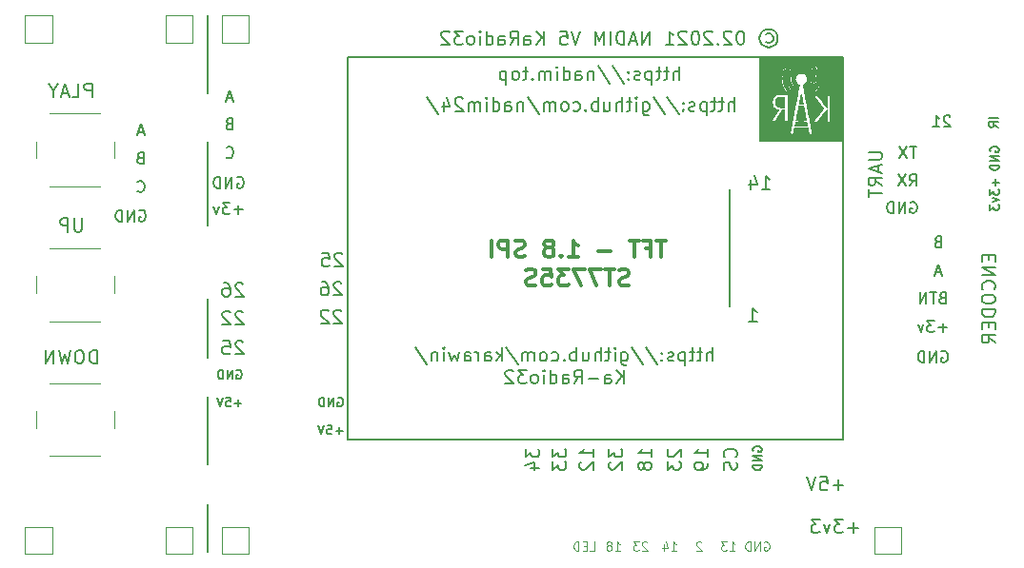
<source format=gbo>
G04 #@! TF.GenerationSoftware,KiCad,Pcbnew,(5.0.0)*
G04 #@! TF.CreationDate,2021-01-27T11:34:44+02:00*
G04 #@! TF.ProjectId,ESP32,45535033322E6B696361645F70636200,rev?*
G04 #@! TF.SameCoordinates,Original*
G04 #@! TF.FileFunction,Legend,Bot*
G04 #@! TF.FilePolarity,Positive*
%FSLAX46Y46*%
G04 Gerber Fmt 4.6, Leading zero omitted, Abs format (unit mm)*
G04 Created by KiCad (PCBNEW (5.0.0)) date 01/27/21 11:34:44*
%MOMM*%
%LPD*%
G01*
G04 APERTURE LIST*
%ADD10C,0.200000*%
%ADD11C,0.150000*%
%ADD12C,0.300000*%
%ADD13C,0.100000*%
%ADD14C,0.120000*%
%ADD15C,0.127000*%
%ADD16C,0.010000*%
G04 APERTURE END LIST*
D10*
X126121428Y-65892857D02*
X126121428Y-64692857D01*
X125607142Y-65892857D02*
X125607142Y-65264285D01*
X125664285Y-65150000D01*
X125778571Y-65092857D01*
X125950000Y-65092857D01*
X126064285Y-65150000D01*
X126121428Y-65207142D01*
X125207142Y-65092857D02*
X124750000Y-65092857D01*
X125035714Y-64692857D02*
X125035714Y-65721428D01*
X124978571Y-65835714D01*
X124864285Y-65892857D01*
X124750000Y-65892857D01*
X124521428Y-65092857D02*
X124064285Y-65092857D01*
X124350000Y-64692857D02*
X124350000Y-65721428D01*
X124292857Y-65835714D01*
X124178571Y-65892857D01*
X124064285Y-65892857D01*
X123664285Y-65092857D02*
X123664285Y-66292857D01*
X123664285Y-65150000D02*
X123550000Y-65092857D01*
X123321428Y-65092857D01*
X123207142Y-65150000D01*
X123150000Y-65207142D01*
X123092857Y-65321428D01*
X123092857Y-65664285D01*
X123150000Y-65778571D01*
X123207142Y-65835714D01*
X123321428Y-65892857D01*
X123550000Y-65892857D01*
X123664285Y-65835714D01*
X122635714Y-65835714D02*
X122521428Y-65892857D01*
X122292857Y-65892857D01*
X122178571Y-65835714D01*
X122121428Y-65721428D01*
X122121428Y-65664285D01*
X122178571Y-65550000D01*
X122292857Y-65492857D01*
X122464285Y-65492857D01*
X122578571Y-65435714D01*
X122635714Y-65321428D01*
X122635714Y-65264285D01*
X122578571Y-65150000D01*
X122464285Y-65092857D01*
X122292857Y-65092857D01*
X122178571Y-65150000D01*
X121607142Y-65778571D02*
X121550000Y-65835714D01*
X121607142Y-65892857D01*
X121664285Y-65835714D01*
X121607142Y-65778571D01*
X121607142Y-65892857D01*
X121607142Y-65150000D02*
X121550000Y-65207142D01*
X121607142Y-65264285D01*
X121664285Y-65207142D01*
X121607142Y-65150000D01*
X121607142Y-65264285D01*
X120178571Y-64635714D02*
X121207142Y-66178571D01*
X118921428Y-64635714D02*
X119950000Y-66178571D01*
X118007142Y-65092857D02*
X118007142Y-66064285D01*
X118064285Y-66178571D01*
X118121428Y-66235714D01*
X118235714Y-66292857D01*
X118407142Y-66292857D01*
X118521428Y-66235714D01*
X118007142Y-65835714D02*
X118121428Y-65892857D01*
X118349999Y-65892857D01*
X118464285Y-65835714D01*
X118521428Y-65778571D01*
X118578571Y-65664285D01*
X118578571Y-65321428D01*
X118521428Y-65207142D01*
X118464285Y-65150000D01*
X118349999Y-65092857D01*
X118121428Y-65092857D01*
X118007142Y-65150000D01*
X117435714Y-65892857D02*
X117435714Y-65092857D01*
X117435714Y-64692857D02*
X117492857Y-64750000D01*
X117435714Y-64807142D01*
X117378571Y-64750000D01*
X117435714Y-64692857D01*
X117435714Y-64807142D01*
X117035714Y-65092857D02*
X116578571Y-65092857D01*
X116864285Y-64692857D02*
X116864285Y-65721428D01*
X116807142Y-65835714D01*
X116692857Y-65892857D01*
X116578571Y-65892857D01*
X116178571Y-65892857D02*
X116178571Y-64692857D01*
X115664285Y-65892857D02*
X115664285Y-65264285D01*
X115721428Y-65150000D01*
X115835714Y-65092857D01*
X116007142Y-65092857D01*
X116121428Y-65150000D01*
X116178571Y-65207142D01*
X114578571Y-65092857D02*
X114578571Y-65892857D01*
X115092857Y-65092857D02*
X115092857Y-65721428D01*
X115035714Y-65835714D01*
X114921428Y-65892857D01*
X114749999Y-65892857D01*
X114635714Y-65835714D01*
X114578571Y-65778571D01*
X114007142Y-65892857D02*
X114007142Y-64692857D01*
X114007142Y-65150000D02*
X113892857Y-65092857D01*
X113664285Y-65092857D01*
X113549999Y-65150000D01*
X113492857Y-65207142D01*
X113435714Y-65321428D01*
X113435714Y-65664285D01*
X113492857Y-65778571D01*
X113549999Y-65835714D01*
X113664285Y-65892857D01*
X113892857Y-65892857D01*
X114007142Y-65835714D01*
X112921428Y-65778571D02*
X112864285Y-65835714D01*
X112921428Y-65892857D01*
X112978571Y-65835714D01*
X112921428Y-65778571D01*
X112921428Y-65892857D01*
X111835714Y-65835714D02*
X111949999Y-65892857D01*
X112178571Y-65892857D01*
X112292857Y-65835714D01*
X112349999Y-65778571D01*
X112407142Y-65664285D01*
X112407142Y-65321428D01*
X112349999Y-65207142D01*
X112292857Y-65150000D01*
X112178571Y-65092857D01*
X111949999Y-65092857D01*
X111835714Y-65150000D01*
X111149999Y-65892857D02*
X111264285Y-65835714D01*
X111321428Y-65778571D01*
X111378571Y-65664285D01*
X111378571Y-65321428D01*
X111321428Y-65207142D01*
X111264285Y-65150000D01*
X111149999Y-65092857D01*
X110978571Y-65092857D01*
X110864285Y-65150000D01*
X110807142Y-65207142D01*
X110749999Y-65321428D01*
X110749999Y-65664285D01*
X110807142Y-65778571D01*
X110864285Y-65835714D01*
X110978571Y-65892857D01*
X111149999Y-65892857D01*
X110235714Y-65892857D02*
X110235714Y-65092857D01*
X110235714Y-65207142D02*
X110178571Y-65150000D01*
X110064285Y-65092857D01*
X109892857Y-65092857D01*
X109778571Y-65150000D01*
X109721428Y-65264285D01*
X109721428Y-65892857D01*
X109721428Y-65264285D02*
X109664285Y-65150000D01*
X109549999Y-65092857D01*
X109378571Y-65092857D01*
X109264285Y-65150000D01*
X109207142Y-65264285D01*
X109207142Y-65892857D01*
X107778571Y-64635714D02*
X108807142Y-66178571D01*
X107378571Y-65092857D02*
X107378571Y-65892857D01*
X107378571Y-65207142D02*
X107321428Y-65150000D01*
X107207142Y-65092857D01*
X107035714Y-65092857D01*
X106921428Y-65150000D01*
X106864285Y-65264285D01*
X106864285Y-65892857D01*
X105778571Y-65892857D02*
X105778571Y-65264285D01*
X105835714Y-65150000D01*
X105949999Y-65092857D01*
X106178571Y-65092857D01*
X106292857Y-65150000D01*
X105778571Y-65835714D02*
X105892857Y-65892857D01*
X106178571Y-65892857D01*
X106292857Y-65835714D01*
X106349999Y-65721428D01*
X106349999Y-65607142D01*
X106292857Y-65492857D01*
X106178571Y-65435714D01*
X105892857Y-65435714D01*
X105778571Y-65378571D01*
X104692857Y-65892857D02*
X104692857Y-64692857D01*
X104692857Y-65835714D02*
X104807142Y-65892857D01*
X105035714Y-65892857D01*
X105149999Y-65835714D01*
X105207142Y-65778571D01*
X105264285Y-65664285D01*
X105264285Y-65321428D01*
X105207142Y-65207142D01*
X105149999Y-65150000D01*
X105035714Y-65092857D01*
X104807142Y-65092857D01*
X104692857Y-65150000D01*
X104121428Y-65892857D02*
X104121428Y-65092857D01*
X104121428Y-64692857D02*
X104178571Y-64750000D01*
X104121428Y-64807142D01*
X104064285Y-64750000D01*
X104121428Y-64692857D01*
X104121428Y-64807142D01*
X103549999Y-65892857D02*
X103549999Y-65092857D01*
X103549999Y-65207142D02*
X103492857Y-65150000D01*
X103378571Y-65092857D01*
X103207142Y-65092857D01*
X103092857Y-65150000D01*
X103035714Y-65264285D01*
X103035714Y-65892857D01*
X103035714Y-65264285D02*
X102978571Y-65150000D01*
X102864285Y-65092857D01*
X102692857Y-65092857D01*
X102578571Y-65150000D01*
X102521428Y-65264285D01*
X102521428Y-65892857D01*
X102007142Y-64807142D02*
X101949999Y-64750000D01*
X101835714Y-64692857D01*
X101549999Y-64692857D01*
X101435714Y-64750000D01*
X101378571Y-64807142D01*
X101321428Y-64921428D01*
X101321428Y-65035714D01*
X101378571Y-65207142D01*
X102064285Y-65892857D01*
X101321428Y-65892857D01*
X100292857Y-65092857D02*
X100292857Y-65892857D01*
X100578571Y-64635714D02*
X100864285Y-65492857D01*
X100121428Y-65492857D01*
X98807142Y-64635714D02*
X99835714Y-66178571D01*
X121242857Y-63142857D02*
X121242857Y-61942857D01*
X120728571Y-63142857D02*
X120728571Y-62514285D01*
X120785714Y-62400000D01*
X120899999Y-62342857D01*
X121071428Y-62342857D01*
X121185714Y-62400000D01*
X121242857Y-62457142D01*
X120328571Y-62342857D02*
X119871428Y-62342857D01*
X120157142Y-61942857D02*
X120157142Y-62971428D01*
X120099999Y-63085714D01*
X119985714Y-63142857D01*
X119871428Y-63142857D01*
X119642857Y-62342857D02*
X119185714Y-62342857D01*
X119471428Y-61942857D02*
X119471428Y-62971428D01*
X119414285Y-63085714D01*
X119299999Y-63142857D01*
X119185714Y-63142857D01*
X118785714Y-62342857D02*
X118785714Y-63542857D01*
X118785714Y-62400000D02*
X118671428Y-62342857D01*
X118442857Y-62342857D01*
X118328571Y-62400000D01*
X118271428Y-62457142D01*
X118214285Y-62571428D01*
X118214285Y-62914285D01*
X118271428Y-63028571D01*
X118328571Y-63085714D01*
X118442857Y-63142857D01*
X118671428Y-63142857D01*
X118785714Y-63085714D01*
X117757142Y-63085714D02*
X117642857Y-63142857D01*
X117414285Y-63142857D01*
X117299999Y-63085714D01*
X117242857Y-62971428D01*
X117242857Y-62914285D01*
X117299999Y-62800000D01*
X117414285Y-62742857D01*
X117585714Y-62742857D01*
X117699999Y-62685714D01*
X117757142Y-62571428D01*
X117757142Y-62514285D01*
X117699999Y-62400000D01*
X117585714Y-62342857D01*
X117414285Y-62342857D01*
X117299999Y-62400000D01*
X116728571Y-63028571D02*
X116671428Y-63085714D01*
X116728571Y-63142857D01*
X116785714Y-63085714D01*
X116728571Y-63028571D01*
X116728571Y-63142857D01*
X116728571Y-62400000D02*
X116671428Y-62457142D01*
X116728571Y-62514285D01*
X116785714Y-62457142D01*
X116728571Y-62400000D01*
X116728571Y-62514285D01*
X115299999Y-61885714D02*
X116328571Y-63428571D01*
X114042857Y-61885714D02*
X115071428Y-63428571D01*
X113642857Y-62342857D02*
X113642857Y-63142857D01*
X113642857Y-62457142D02*
X113585714Y-62400000D01*
X113471428Y-62342857D01*
X113300000Y-62342857D01*
X113185714Y-62400000D01*
X113128571Y-62514285D01*
X113128571Y-63142857D01*
X112042857Y-63142857D02*
X112042857Y-62514285D01*
X112100000Y-62400000D01*
X112214285Y-62342857D01*
X112442857Y-62342857D01*
X112557142Y-62400000D01*
X112042857Y-63085714D02*
X112157142Y-63142857D01*
X112442857Y-63142857D01*
X112557142Y-63085714D01*
X112614285Y-62971428D01*
X112614285Y-62857142D01*
X112557142Y-62742857D01*
X112442857Y-62685714D01*
X112157142Y-62685714D01*
X112042857Y-62628571D01*
X110957142Y-63142857D02*
X110957142Y-61942857D01*
X110957142Y-63085714D02*
X111071428Y-63142857D01*
X111300000Y-63142857D01*
X111414285Y-63085714D01*
X111471428Y-63028571D01*
X111528571Y-62914285D01*
X111528571Y-62571428D01*
X111471428Y-62457142D01*
X111414285Y-62400000D01*
X111300000Y-62342857D01*
X111071428Y-62342857D01*
X110957142Y-62400000D01*
X110385714Y-63142857D02*
X110385714Y-62342857D01*
X110385714Y-61942857D02*
X110442857Y-62000000D01*
X110385714Y-62057142D01*
X110328571Y-62000000D01*
X110385714Y-61942857D01*
X110385714Y-62057142D01*
X109814285Y-63142857D02*
X109814285Y-62342857D01*
X109814285Y-62457142D02*
X109757142Y-62400000D01*
X109642857Y-62342857D01*
X109471428Y-62342857D01*
X109357142Y-62400000D01*
X109300000Y-62514285D01*
X109300000Y-63142857D01*
X109300000Y-62514285D02*
X109242857Y-62400000D01*
X109128571Y-62342857D01*
X108957142Y-62342857D01*
X108842857Y-62400000D01*
X108785714Y-62514285D01*
X108785714Y-63142857D01*
X108214285Y-63028571D02*
X108157142Y-63085714D01*
X108214285Y-63142857D01*
X108271428Y-63085714D01*
X108214285Y-63028571D01*
X108214285Y-63142857D01*
X107814285Y-62342857D02*
X107357142Y-62342857D01*
X107642857Y-61942857D02*
X107642857Y-62971428D01*
X107585714Y-63085714D01*
X107471428Y-63142857D01*
X107357142Y-63142857D01*
X106785714Y-63142857D02*
X106900000Y-63085714D01*
X106957142Y-63028571D01*
X107014285Y-62914285D01*
X107014285Y-62571428D01*
X106957142Y-62457142D01*
X106900000Y-62400000D01*
X106785714Y-62342857D01*
X106614285Y-62342857D01*
X106500000Y-62400000D01*
X106442857Y-62457142D01*
X106385714Y-62571428D01*
X106385714Y-62914285D01*
X106442857Y-63028571D01*
X106500000Y-63085714D01*
X106614285Y-63142857D01*
X106785714Y-63142857D01*
X105871428Y-62342857D02*
X105871428Y-63542857D01*
X105871428Y-62400000D02*
X105757142Y-62342857D01*
X105528571Y-62342857D01*
X105414285Y-62400000D01*
X105357142Y-62457142D01*
X105300000Y-62571428D01*
X105300000Y-62914285D01*
X105357142Y-63028571D01*
X105414285Y-63085714D01*
X105528571Y-63142857D01*
X105757142Y-63142857D01*
X105871428Y-63085714D01*
D11*
X145311904Y-66397619D02*
X145264285Y-66350000D01*
X145169047Y-66302380D01*
X144930952Y-66302380D01*
X144835714Y-66350000D01*
X144788095Y-66397619D01*
X144740476Y-66492857D01*
X144740476Y-66588095D01*
X144788095Y-66730952D01*
X145359523Y-67302380D01*
X144740476Y-67302380D01*
X143788095Y-67302380D02*
X144359523Y-67302380D01*
X144073809Y-67302380D02*
X144073809Y-66302380D01*
X144169047Y-66445238D01*
X144264285Y-66540476D01*
X144359523Y-66588095D01*
X142311904Y-69052380D02*
X141740476Y-69052380D01*
X142026190Y-70052380D02*
X142026190Y-69052380D01*
X141502380Y-69052380D02*
X140835714Y-70052380D01*
X140835714Y-69052380D02*
X141502380Y-70052380D01*
X141716666Y-72552380D02*
X142049999Y-72076190D01*
X142288095Y-72552380D02*
X142288095Y-71552380D01*
X141907142Y-71552380D01*
X141811904Y-71600000D01*
X141764285Y-71647619D01*
X141716666Y-71742857D01*
X141716666Y-71885714D01*
X141764285Y-71980952D01*
X141811904Y-72028571D01*
X141907142Y-72076190D01*
X142288095Y-72076190D01*
X141383333Y-71552380D02*
X140716666Y-72552380D01*
X140716666Y-71552380D02*
X141383333Y-72552380D01*
D10*
X90909523Y-91450000D02*
X90985714Y-91411904D01*
X91100000Y-91411904D01*
X91214285Y-91450000D01*
X91290476Y-91526190D01*
X91328571Y-91602380D01*
X91366666Y-91754761D01*
X91366666Y-91869047D01*
X91328571Y-92021428D01*
X91290476Y-92097619D01*
X91214285Y-92173809D01*
X91100000Y-92211904D01*
X91023809Y-92211904D01*
X90909523Y-92173809D01*
X90871428Y-92135714D01*
X90871428Y-91869047D01*
X91023809Y-91869047D01*
X90528571Y-92211904D02*
X90528571Y-91411904D01*
X90071428Y-92211904D01*
X90071428Y-91411904D01*
X89690476Y-92211904D02*
X89690476Y-91411904D01*
X89500000Y-91411904D01*
X89385714Y-91450000D01*
X89309523Y-91526190D01*
X89271428Y-91602380D01*
X89233333Y-91754761D01*
X89233333Y-91869047D01*
X89271428Y-92021428D01*
X89309523Y-92097619D01*
X89385714Y-92173809D01*
X89500000Y-92211904D01*
X89690476Y-92211904D01*
X91328571Y-94357142D02*
X90719047Y-94357142D01*
X91023809Y-94661904D02*
X91023809Y-94052380D01*
X89957142Y-93861904D02*
X90338095Y-93861904D01*
X90376190Y-94242857D01*
X90338095Y-94204761D01*
X90261904Y-94166666D01*
X90071428Y-94166666D01*
X89995238Y-94204761D01*
X89957142Y-94242857D01*
X89919047Y-94319047D01*
X89919047Y-94509523D01*
X89957142Y-94585714D01*
X89995238Y-94623809D01*
X90071428Y-94661904D01*
X90261904Y-94661904D01*
X90338095Y-94623809D01*
X90376190Y-94585714D01*
X89690476Y-93861904D02*
X89423809Y-94661904D01*
X89157142Y-93861904D01*
D11*
X82438095Y-74671428D02*
X81676190Y-74671428D01*
X82057142Y-75052380D02*
X82057142Y-74290476D01*
X81295238Y-74052380D02*
X80676190Y-74052380D01*
X81009523Y-74433333D01*
X80866666Y-74433333D01*
X80771428Y-74480952D01*
X80723809Y-74528571D01*
X80676190Y-74623809D01*
X80676190Y-74861904D01*
X80723809Y-74957142D01*
X80771428Y-75004761D01*
X80866666Y-75052380D01*
X81152380Y-75052380D01*
X81247619Y-75004761D01*
X81295238Y-74957142D01*
X80342857Y-74385714D02*
X80104761Y-75052380D01*
X79866666Y-74385714D01*
X149561904Y-66499999D02*
X148761904Y-66499999D01*
X149561904Y-67338095D02*
X149180952Y-67071428D01*
X149561904Y-66880952D02*
X148761904Y-66880952D01*
X148761904Y-67185714D01*
X148799999Y-67261904D01*
X148838095Y-67299999D01*
X148914285Y-67338095D01*
X149028571Y-67338095D01*
X149104761Y-67299999D01*
X149142857Y-67261904D01*
X149180952Y-67185714D01*
X149180952Y-66880952D01*
D10*
X82464285Y-86457142D02*
X82407142Y-86400000D01*
X82292857Y-86342857D01*
X82007142Y-86342857D01*
X81892857Y-86400000D01*
X81835714Y-86457142D01*
X81778571Y-86571428D01*
X81778571Y-86685714D01*
X81835714Y-86857142D01*
X82521428Y-87542857D01*
X81778571Y-87542857D01*
X80692857Y-86342857D02*
X81264285Y-86342857D01*
X81321428Y-86914285D01*
X81264285Y-86857142D01*
X81149999Y-86800000D01*
X80864285Y-86800000D01*
X80749999Y-86857142D01*
X80692857Y-86914285D01*
X80635714Y-87028571D01*
X80635714Y-87314285D01*
X80692857Y-87428571D01*
X80749999Y-87485714D01*
X80864285Y-87542857D01*
X81149999Y-87542857D01*
X81264285Y-87485714D01*
X81321428Y-87428571D01*
X82464285Y-81307142D02*
X82407142Y-81250000D01*
X82292857Y-81192857D01*
X82007142Y-81192857D01*
X81892857Y-81250000D01*
X81835714Y-81307142D01*
X81778571Y-81421428D01*
X81778571Y-81535714D01*
X81835714Y-81707142D01*
X82521428Y-82392857D01*
X81778571Y-82392857D01*
X80749999Y-81192857D02*
X80978571Y-81192857D01*
X81092857Y-81250000D01*
X81149999Y-81307142D01*
X81264285Y-81478571D01*
X81321428Y-81707142D01*
X81321428Y-82164285D01*
X81264285Y-82278571D01*
X81207142Y-82335714D01*
X81092857Y-82392857D01*
X80864285Y-82392857D01*
X80749999Y-82335714D01*
X80692857Y-82278571D01*
X80635714Y-82164285D01*
X80635714Y-81878571D01*
X80692857Y-81764285D01*
X80749999Y-81707142D01*
X80864285Y-81650000D01*
X81092857Y-81650000D01*
X81207142Y-81707142D01*
X81264285Y-81764285D01*
X81321428Y-81878571D01*
X82464285Y-83807142D02*
X82407142Y-83750000D01*
X82292857Y-83692857D01*
X82007142Y-83692857D01*
X81892857Y-83750000D01*
X81835714Y-83807142D01*
X81778571Y-83921428D01*
X81778571Y-84035714D01*
X81835714Y-84207142D01*
X82521428Y-84892857D01*
X81778571Y-84892857D01*
X81321428Y-83807142D02*
X81264285Y-83750000D01*
X81149999Y-83692857D01*
X80864285Y-83692857D01*
X80749999Y-83750000D01*
X80692857Y-83807142D01*
X80635714Y-83921428D01*
X80635714Y-84035714D01*
X80692857Y-84207142D01*
X81378571Y-84892857D01*
X80635714Y-84892857D01*
X69477142Y-88362857D02*
X69477142Y-87162857D01*
X69191428Y-87162857D01*
X69020000Y-87220000D01*
X68905714Y-87334285D01*
X68848571Y-87448571D01*
X68791428Y-87677142D01*
X68791428Y-87848571D01*
X68848571Y-88077142D01*
X68905714Y-88191428D01*
X69020000Y-88305714D01*
X69191428Y-88362857D01*
X69477142Y-88362857D01*
X68048571Y-87162857D02*
X67820000Y-87162857D01*
X67705714Y-87220000D01*
X67591428Y-87334285D01*
X67534285Y-87562857D01*
X67534285Y-87962857D01*
X67591428Y-88191428D01*
X67705714Y-88305714D01*
X67820000Y-88362857D01*
X68048571Y-88362857D01*
X68162857Y-88305714D01*
X68277142Y-88191428D01*
X68334285Y-87962857D01*
X68334285Y-87562857D01*
X68277142Y-87334285D01*
X68162857Y-87220000D01*
X68048571Y-87162857D01*
X67134285Y-87162857D02*
X66848571Y-88362857D01*
X66620000Y-87505714D01*
X66391428Y-88362857D01*
X66105714Y-87162857D01*
X65648571Y-88362857D02*
X65648571Y-87162857D01*
X64962857Y-88362857D01*
X64962857Y-87162857D01*
X68162857Y-75442857D02*
X68162857Y-76414285D01*
X68105714Y-76528571D01*
X68048571Y-76585714D01*
X67934285Y-76642857D01*
X67705714Y-76642857D01*
X67591428Y-76585714D01*
X67534285Y-76528571D01*
X67477142Y-76414285D01*
X67477142Y-75442857D01*
X66905714Y-76642857D02*
X66905714Y-75442857D01*
X66448571Y-75442857D01*
X66334285Y-75500000D01*
X66277142Y-75557142D01*
X66220000Y-75671428D01*
X66220000Y-75842857D01*
X66277142Y-75957142D01*
X66334285Y-76014285D01*
X66448571Y-76071428D01*
X66905714Y-76071428D01*
X69048571Y-64642857D02*
X69048571Y-63442857D01*
X68591428Y-63442857D01*
X68477142Y-63500000D01*
X68419999Y-63557142D01*
X68362857Y-63671428D01*
X68362857Y-63842857D01*
X68419999Y-63957142D01*
X68477142Y-64014285D01*
X68591428Y-64071428D01*
X69048571Y-64071428D01*
X67277142Y-64642857D02*
X67848571Y-64642857D01*
X67848571Y-63442857D01*
X66934285Y-64300000D02*
X66362857Y-64300000D01*
X67048571Y-64642857D02*
X66648571Y-63442857D01*
X66248571Y-64642857D01*
X65619999Y-64071428D02*
X65619999Y-64642857D01*
X66019999Y-63442857D02*
X65619999Y-64071428D01*
X65219999Y-63442857D01*
D12*
X120092857Y-77403571D02*
X119235714Y-77403571D01*
X119664285Y-78903571D02*
X119664285Y-77403571D01*
X118235714Y-78117857D02*
X118735714Y-78117857D01*
X118735714Y-78903571D02*
X118735714Y-77403571D01*
X118021428Y-77403571D01*
X117664285Y-77403571D02*
X116807142Y-77403571D01*
X117235714Y-78903571D02*
X117235714Y-77403571D01*
X115164285Y-78332142D02*
X114021428Y-78332142D01*
X111378571Y-78903571D02*
X112235714Y-78903571D01*
X111807142Y-78903571D02*
X111807142Y-77403571D01*
X111950000Y-77617857D01*
X112092857Y-77760714D01*
X112235714Y-77832142D01*
X110735714Y-78760714D02*
X110664285Y-78832142D01*
X110735714Y-78903571D01*
X110807142Y-78832142D01*
X110735714Y-78760714D01*
X110735714Y-78903571D01*
X109807142Y-78046428D02*
X109950000Y-77975000D01*
X110021428Y-77903571D01*
X110092857Y-77760714D01*
X110092857Y-77689285D01*
X110021428Y-77546428D01*
X109950000Y-77475000D01*
X109807142Y-77403571D01*
X109521428Y-77403571D01*
X109378571Y-77475000D01*
X109307142Y-77546428D01*
X109235714Y-77689285D01*
X109235714Y-77760714D01*
X109307142Y-77903571D01*
X109378571Y-77975000D01*
X109521428Y-78046428D01*
X109807142Y-78046428D01*
X109950000Y-78117857D01*
X110021428Y-78189285D01*
X110092857Y-78332142D01*
X110092857Y-78617857D01*
X110021428Y-78760714D01*
X109950000Y-78832142D01*
X109807142Y-78903571D01*
X109521428Y-78903571D01*
X109378571Y-78832142D01*
X109307142Y-78760714D01*
X109235714Y-78617857D01*
X109235714Y-78332142D01*
X109307142Y-78189285D01*
X109378571Y-78117857D01*
X109521428Y-78046428D01*
X107521428Y-78832142D02*
X107307142Y-78903571D01*
X106950000Y-78903571D01*
X106807142Y-78832142D01*
X106735714Y-78760714D01*
X106664285Y-78617857D01*
X106664285Y-78475000D01*
X106735714Y-78332142D01*
X106807142Y-78260714D01*
X106950000Y-78189285D01*
X107235714Y-78117857D01*
X107378571Y-78046428D01*
X107450000Y-77975000D01*
X107521428Y-77832142D01*
X107521428Y-77689285D01*
X107450000Y-77546428D01*
X107378571Y-77475000D01*
X107235714Y-77403571D01*
X106878571Y-77403571D01*
X106664285Y-77475000D01*
X106021428Y-78903571D02*
X106021428Y-77403571D01*
X105450000Y-77403571D01*
X105307142Y-77475000D01*
X105235714Y-77546428D01*
X105164285Y-77689285D01*
X105164285Y-77903571D01*
X105235714Y-78046428D01*
X105307142Y-78117857D01*
X105450000Y-78189285D01*
X106021428Y-78189285D01*
X104521428Y-78903571D02*
X104521428Y-77403571D01*
X116771428Y-81382142D02*
X116557142Y-81453571D01*
X116200000Y-81453571D01*
X116057142Y-81382142D01*
X115985714Y-81310714D01*
X115914285Y-81167857D01*
X115914285Y-81025000D01*
X115985714Y-80882142D01*
X116057142Y-80810714D01*
X116200000Y-80739285D01*
X116485714Y-80667857D01*
X116628571Y-80596428D01*
X116700000Y-80525000D01*
X116771428Y-80382142D01*
X116771428Y-80239285D01*
X116700000Y-80096428D01*
X116628571Y-80025000D01*
X116485714Y-79953571D01*
X116128571Y-79953571D01*
X115914285Y-80025000D01*
X115485714Y-79953571D02*
X114628571Y-79953571D01*
X115057142Y-81453571D02*
X115057142Y-79953571D01*
X114271428Y-79953571D02*
X113271428Y-79953571D01*
X113914285Y-81453571D01*
X112842857Y-79953571D02*
X111842857Y-79953571D01*
X112485714Y-81453571D01*
X111414285Y-79953571D02*
X110485714Y-79953571D01*
X110985714Y-80525000D01*
X110771428Y-80525000D01*
X110628571Y-80596428D01*
X110557142Y-80667857D01*
X110485714Y-80810714D01*
X110485714Y-81167857D01*
X110557142Y-81310714D01*
X110628571Y-81382142D01*
X110771428Y-81453571D01*
X111200000Y-81453571D01*
X111342857Y-81382142D01*
X111414285Y-81310714D01*
X109128571Y-79953571D02*
X109842857Y-79953571D01*
X109914285Y-80667857D01*
X109842857Y-80596428D01*
X109700000Y-80525000D01*
X109342857Y-80525000D01*
X109200000Y-80596428D01*
X109128571Y-80667857D01*
X109057142Y-80810714D01*
X109057142Y-81167857D01*
X109128571Y-81310714D01*
X109200000Y-81382142D01*
X109342857Y-81453571D01*
X109700000Y-81453571D01*
X109842857Y-81382142D01*
X109914285Y-81310714D01*
X108485714Y-81382142D02*
X108271428Y-81453571D01*
X107914285Y-81453571D01*
X107771428Y-81382142D01*
X107700000Y-81310714D01*
X107628571Y-81167857D01*
X107628571Y-81025000D01*
X107700000Y-80882142D01*
X107771428Y-80810714D01*
X107914285Y-80739285D01*
X108200000Y-80667857D01*
X108342857Y-80596428D01*
X108414285Y-80525000D01*
X108485714Y-80382142D01*
X108485714Y-80239285D01*
X108414285Y-80096428D01*
X108342857Y-80025000D01*
X108200000Y-79953571D01*
X107842857Y-79953571D01*
X107628571Y-80025000D01*
D10*
X124214285Y-88142857D02*
X124214285Y-86942857D01*
X123700000Y-88142857D02*
X123700000Y-87514285D01*
X123757142Y-87400000D01*
X123871428Y-87342857D01*
X124042857Y-87342857D01*
X124157142Y-87400000D01*
X124214285Y-87457142D01*
X123300000Y-87342857D02*
X122842857Y-87342857D01*
X123128571Y-86942857D02*
X123128571Y-87971428D01*
X123071428Y-88085714D01*
X122957142Y-88142857D01*
X122842857Y-88142857D01*
X122614285Y-87342857D02*
X122157142Y-87342857D01*
X122442857Y-86942857D02*
X122442857Y-87971428D01*
X122385714Y-88085714D01*
X122271428Y-88142857D01*
X122157142Y-88142857D01*
X121757142Y-87342857D02*
X121757142Y-88542857D01*
X121757142Y-87400000D02*
X121642857Y-87342857D01*
X121414285Y-87342857D01*
X121300000Y-87400000D01*
X121242857Y-87457142D01*
X121185714Y-87571428D01*
X121185714Y-87914285D01*
X121242857Y-88028571D01*
X121300000Y-88085714D01*
X121414285Y-88142857D01*
X121642857Y-88142857D01*
X121757142Y-88085714D01*
X120728571Y-88085714D02*
X120614285Y-88142857D01*
X120385714Y-88142857D01*
X120271428Y-88085714D01*
X120214285Y-87971428D01*
X120214285Y-87914285D01*
X120271428Y-87800000D01*
X120385714Y-87742857D01*
X120557142Y-87742857D01*
X120671428Y-87685714D01*
X120728571Y-87571428D01*
X120728571Y-87514285D01*
X120671428Y-87400000D01*
X120557142Y-87342857D01*
X120385714Y-87342857D01*
X120271428Y-87400000D01*
X119699999Y-88028571D02*
X119642857Y-88085714D01*
X119699999Y-88142857D01*
X119757142Y-88085714D01*
X119699999Y-88028571D01*
X119699999Y-88142857D01*
X119699999Y-87400000D02*
X119642857Y-87457142D01*
X119699999Y-87514285D01*
X119757142Y-87457142D01*
X119699999Y-87400000D01*
X119699999Y-87514285D01*
X118271428Y-86885714D02*
X119300000Y-88428571D01*
X117014285Y-86885714D02*
X118042857Y-88428571D01*
X116099999Y-87342857D02*
X116099999Y-88314285D01*
X116157142Y-88428571D01*
X116214285Y-88485714D01*
X116328571Y-88542857D01*
X116499999Y-88542857D01*
X116614285Y-88485714D01*
X116099999Y-88085714D02*
X116214285Y-88142857D01*
X116442857Y-88142857D01*
X116557142Y-88085714D01*
X116614285Y-88028571D01*
X116671428Y-87914285D01*
X116671428Y-87571428D01*
X116614285Y-87457142D01*
X116557142Y-87400000D01*
X116442857Y-87342857D01*
X116214285Y-87342857D01*
X116099999Y-87400000D01*
X115528571Y-88142857D02*
X115528571Y-87342857D01*
X115528571Y-86942857D02*
X115585714Y-87000000D01*
X115528571Y-87057142D01*
X115471428Y-87000000D01*
X115528571Y-86942857D01*
X115528571Y-87057142D01*
X115128571Y-87342857D02*
X114671428Y-87342857D01*
X114957142Y-86942857D02*
X114957142Y-87971428D01*
X114899999Y-88085714D01*
X114785714Y-88142857D01*
X114671428Y-88142857D01*
X114271428Y-88142857D02*
X114271428Y-86942857D01*
X113757142Y-88142857D02*
X113757142Y-87514285D01*
X113814285Y-87400000D01*
X113928571Y-87342857D01*
X114099999Y-87342857D01*
X114214285Y-87400000D01*
X114271428Y-87457142D01*
X112671428Y-87342857D02*
X112671428Y-88142857D01*
X113185714Y-87342857D02*
X113185714Y-87971428D01*
X113128571Y-88085714D01*
X113014285Y-88142857D01*
X112842857Y-88142857D01*
X112728571Y-88085714D01*
X112671428Y-88028571D01*
X112099999Y-88142857D02*
X112099999Y-86942857D01*
X112099999Y-87400000D02*
X111985714Y-87342857D01*
X111757142Y-87342857D01*
X111642857Y-87400000D01*
X111585714Y-87457142D01*
X111528571Y-87571428D01*
X111528571Y-87914285D01*
X111585714Y-88028571D01*
X111642857Y-88085714D01*
X111757142Y-88142857D01*
X111985714Y-88142857D01*
X112099999Y-88085714D01*
X111014285Y-88028571D02*
X110957142Y-88085714D01*
X111014285Y-88142857D01*
X111071428Y-88085714D01*
X111014285Y-88028571D01*
X111014285Y-88142857D01*
X109928571Y-88085714D02*
X110042857Y-88142857D01*
X110271428Y-88142857D01*
X110385714Y-88085714D01*
X110442857Y-88028571D01*
X110499999Y-87914285D01*
X110499999Y-87571428D01*
X110442857Y-87457142D01*
X110385714Y-87400000D01*
X110271428Y-87342857D01*
X110042857Y-87342857D01*
X109928571Y-87400000D01*
X109242857Y-88142857D02*
X109357142Y-88085714D01*
X109414285Y-88028571D01*
X109471428Y-87914285D01*
X109471428Y-87571428D01*
X109414285Y-87457142D01*
X109357142Y-87400000D01*
X109242857Y-87342857D01*
X109071428Y-87342857D01*
X108957142Y-87400000D01*
X108899999Y-87457142D01*
X108842857Y-87571428D01*
X108842857Y-87914285D01*
X108899999Y-88028571D01*
X108957142Y-88085714D01*
X109071428Y-88142857D01*
X109242857Y-88142857D01*
X108328571Y-88142857D02*
X108328571Y-87342857D01*
X108328571Y-87457142D02*
X108271428Y-87400000D01*
X108157142Y-87342857D01*
X107985714Y-87342857D01*
X107871428Y-87400000D01*
X107814285Y-87514285D01*
X107814285Y-88142857D01*
X107814285Y-87514285D02*
X107757142Y-87400000D01*
X107642857Y-87342857D01*
X107471428Y-87342857D01*
X107357142Y-87400000D01*
X107299999Y-87514285D01*
X107299999Y-88142857D01*
X105871428Y-86885714D02*
X106899999Y-88428571D01*
X105471428Y-88142857D02*
X105471428Y-86942857D01*
X105357142Y-87685714D02*
X105014285Y-88142857D01*
X105014285Y-87342857D02*
X105471428Y-87800000D01*
X103985714Y-88142857D02*
X103985714Y-87514285D01*
X104042857Y-87400000D01*
X104157142Y-87342857D01*
X104385714Y-87342857D01*
X104499999Y-87400000D01*
X103985714Y-88085714D02*
X104099999Y-88142857D01*
X104385714Y-88142857D01*
X104499999Y-88085714D01*
X104557142Y-87971428D01*
X104557142Y-87857142D01*
X104499999Y-87742857D01*
X104385714Y-87685714D01*
X104099999Y-87685714D01*
X103985714Y-87628571D01*
X103414285Y-88142857D02*
X103414285Y-87342857D01*
X103414285Y-87571428D02*
X103357142Y-87457142D01*
X103299999Y-87400000D01*
X103185714Y-87342857D01*
X103071428Y-87342857D01*
X102157142Y-88142857D02*
X102157142Y-87514285D01*
X102214285Y-87400000D01*
X102328571Y-87342857D01*
X102557142Y-87342857D01*
X102671428Y-87400000D01*
X102157142Y-88085714D02*
X102271428Y-88142857D01*
X102557142Y-88142857D01*
X102671428Y-88085714D01*
X102728571Y-87971428D01*
X102728571Y-87857142D01*
X102671428Y-87742857D01*
X102557142Y-87685714D01*
X102271428Y-87685714D01*
X102157142Y-87628571D01*
X101699999Y-87342857D02*
X101471428Y-88142857D01*
X101242857Y-87571428D01*
X101014285Y-88142857D01*
X100785714Y-87342857D01*
X100328571Y-88142857D02*
X100328571Y-87342857D01*
X100328571Y-86942857D02*
X100385714Y-87000000D01*
X100328571Y-87057142D01*
X100271428Y-87000000D01*
X100328571Y-86942857D01*
X100328571Y-87057142D01*
X99757142Y-87342857D02*
X99757142Y-88142857D01*
X99757142Y-87457142D02*
X99699999Y-87400000D01*
X99585714Y-87342857D01*
X99414285Y-87342857D01*
X99299999Y-87400000D01*
X99242857Y-87514285D01*
X99242857Y-88142857D01*
X97814285Y-86885714D02*
X98842857Y-88428571D01*
X116357142Y-90142857D02*
X116357142Y-88942857D01*
X115671428Y-90142857D02*
X116185714Y-89457142D01*
X115671428Y-88942857D02*
X116357142Y-89628571D01*
X114642857Y-90142857D02*
X114642857Y-89514285D01*
X114699999Y-89400000D01*
X114814285Y-89342857D01*
X115042857Y-89342857D01*
X115157142Y-89400000D01*
X114642857Y-90085714D02*
X114757142Y-90142857D01*
X115042857Y-90142857D01*
X115157142Y-90085714D01*
X115214285Y-89971428D01*
X115214285Y-89857142D01*
X115157142Y-89742857D01*
X115042857Y-89685714D01*
X114757142Y-89685714D01*
X114642857Y-89628571D01*
X114071428Y-89685714D02*
X113157142Y-89685714D01*
X111899999Y-90142857D02*
X112299999Y-89571428D01*
X112585714Y-90142857D02*
X112585714Y-88942857D01*
X112128571Y-88942857D01*
X112014285Y-89000000D01*
X111957142Y-89057142D01*
X111899999Y-89171428D01*
X111899999Y-89342857D01*
X111957142Y-89457142D01*
X112014285Y-89514285D01*
X112128571Y-89571428D01*
X112585714Y-89571428D01*
X110871428Y-90142857D02*
X110871428Y-89514285D01*
X110928571Y-89400000D01*
X111042857Y-89342857D01*
X111271428Y-89342857D01*
X111385714Y-89400000D01*
X110871428Y-90085714D02*
X110985714Y-90142857D01*
X111271428Y-90142857D01*
X111385714Y-90085714D01*
X111442857Y-89971428D01*
X111442857Y-89857142D01*
X111385714Y-89742857D01*
X111271428Y-89685714D01*
X110985714Y-89685714D01*
X110871428Y-89628571D01*
X109785714Y-90142857D02*
X109785714Y-88942857D01*
X109785714Y-90085714D02*
X109899999Y-90142857D01*
X110128571Y-90142857D01*
X110242857Y-90085714D01*
X110299999Y-90028571D01*
X110357142Y-89914285D01*
X110357142Y-89571428D01*
X110299999Y-89457142D01*
X110242857Y-89400000D01*
X110128571Y-89342857D01*
X109899999Y-89342857D01*
X109785714Y-89400000D01*
X109214285Y-90142857D02*
X109214285Y-89342857D01*
X109214285Y-88942857D02*
X109271428Y-89000000D01*
X109214285Y-89057142D01*
X109157142Y-89000000D01*
X109214285Y-88942857D01*
X109214285Y-89057142D01*
X108471428Y-90142857D02*
X108585714Y-90085714D01*
X108642857Y-90028571D01*
X108699999Y-89914285D01*
X108699999Y-89571428D01*
X108642857Y-89457142D01*
X108585714Y-89400000D01*
X108471428Y-89342857D01*
X108299999Y-89342857D01*
X108185714Y-89400000D01*
X108128571Y-89457142D01*
X108071428Y-89571428D01*
X108071428Y-89914285D01*
X108128571Y-90028571D01*
X108185714Y-90085714D01*
X108299999Y-90142857D01*
X108471428Y-90142857D01*
X107671428Y-88942857D02*
X106928571Y-88942857D01*
X107328571Y-89400000D01*
X107157142Y-89400000D01*
X107042857Y-89457142D01*
X106985714Y-89514285D01*
X106928571Y-89628571D01*
X106928571Y-89914285D01*
X106985714Y-90028571D01*
X107042857Y-90085714D01*
X107157142Y-90142857D01*
X107499999Y-90142857D01*
X107614285Y-90085714D01*
X107671428Y-90028571D01*
X106471428Y-89057142D02*
X106414285Y-89000000D01*
X106299999Y-88942857D01*
X106014285Y-88942857D01*
X105899999Y-89000000D01*
X105842857Y-89057142D01*
X105785714Y-89171428D01*
X105785714Y-89285714D01*
X105842857Y-89457142D01*
X106528571Y-90142857D01*
X105785714Y-90142857D01*
X91214285Y-83697142D02*
X91157142Y-83640000D01*
X91042857Y-83582857D01*
X90757142Y-83582857D01*
X90642857Y-83640000D01*
X90585714Y-83697142D01*
X90528571Y-83811428D01*
X90528571Y-83925714D01*
X90585714Y-84097142D01*
X91271428Y-84782857D01*
X90528571Y-84782857D01*
X90071428Y-83697142D02*
X90014285Y-83640000D01*
X89899999Y-83582857D01*
X89614285Y-83582857D01*
X89499999Y-83640000D01*
X89442857Y-83697142D01*
X89385714Y-83811428D01*
X89385714Y-83925714D01*
X89442857Y-84097142D01*
X90128571Y-84782857D01*
X89385714Y-84782857D01*
D11*
X73251904Y-74760000D02*
X73347142Y-74712380D01*
X73490000Y-74712380D01*
X73632857Y-74760000D01*
X73728095Y-74855238D01*
X73775714Y-74950476D01*
X73823333Y-75140952D01*
X73823333Y-75283809D01*
X73775714Y-75474285D01*
X73728095Y-75569523D01*
X73632857Y-75664761D01*
X73490000Y-75712380D01*
X73394761Y-75712380D01*
X73251904Y-75664761D01*
X73204285Y-75617142D01*
X73204285Y-75283809D01*
X73394761Y-75283809D01*
X72775714Y-75712380D02*
X72775714Y-74712380D01*
X72204285Y-75712380D01*
X72204285Y-74712380D01*
X71728095Y-75712380D02*
X71728095Y-74712380D01*
X71490000Y-74712380D01*
X71347142Y-74760000D01*
X71251904Y-74855238D01*
X71204285Y-74950476D01*
X71156666Y-75140952D01*
X71156666Y-75283809D01*
X71204285Y-75474285D01*
X71251904Y-75569523D01*
X71347142Y-75664761D01*
X71490000Y-75712380D01*
X71728095Y-75712380D01*
X73642095Y-67754666D02*
X73165904Y-67754666D01*
X73737333Y-68040380D02*
X73403999Y-67040380D01*
X73070666Y-68040380D01*
X73332571Y-70056571D02*
X73189714Y-70104190D01*
X73142095Y-70151809D01*
X73094476Y-70247047D01*
X73094476Y-70389904D01*
X73142095Y-70485142D01*
X73189714Y-70532761D01*
X73284952Y-70580380D01*
X73665904Y-70580380D01*
X73665904Y-69580380D01*
X73332571Y-69580380D01*
X73237333Y-69628000D01*
X73189714Y-69675619D01*
X73142095Y-69770857D01*
X73142095Y-69866095D01*
X73189714Y-69961333D01*
X73237333Y-70008952D01*
X73332571Y-70056571D01*
X73665904Y-70056571D01*
X73094476Y-73025142D02*
X73142095Y-73072761D01*
X73284952Y-73120380D01*
X73380190Y-73120380D01*
X73523047Y-73072761D01*
X73618285Y-72977523D01*
X73665904Y-72882285D01*
X73713523Y-72691809D01*
X73713523Y-72548952D01*
X73665904Y-72358476D01*
X73618285Y-72263238D01*
X73523047Y-72168000D01*
X73380190Y-72120380D01*
X73284952Y-72120380D01*
X73142095Y-72168000D01*
X73094476Y-72215619D01*
D10*
X79300000Y-64350000D02*
X79304606Y-57335907D01*
X79300000Y-100850000D02*
X79304606Y-105085907D01*
X79300000Y-82600000D02*
X79300000Y-87850000D01*
X79304606Y-91350000D02*
X79304606Y-97350000D01*
X79304606Y-76100000D02*
X79304606Y-68600000D01*
D11*
X81961904Y-71800000D02*
X82057142Y-71752380D01*
X82200000Y-71752380D01*
X82342857Y-71800000D01*
X82438095Y-71895238D01*
X82485714Y-71990476D01*
X82533333Y-72180952D01*
X82533333Y-72323809D01*
X82485714Y-72514285D01*
X82438095Y-72609523D01*
X82342857Y-72704761D01*
X82200000Y-72752380D01*
X82104761Y-72752380D01*
X81961904Y-72704761D01*
X81914285Y-72657142D01*
X81914285Y-72323809D01*
X82104761Y-72323809D01*
X81485714Y-72752380D02*
X81485714Y-71752380D01*
X80914285Y-72752380D01*
X80914285Y-71752380D01*
X80438095Y-72752380D02*
X80438095Y-71752380D01*
X80200000Y-71752380D01*
X80057142Y-71800000D01*
X79961904Y-71895238D01*
X79914285Y-71990476D01*
X79866666Y-72180952D01*
X79866666Y-72323809D01*
X79914285Y-72514285D01*
X79961904Y-72609523D01*
X80057142Y-72704761D01*
X80200000Y-72752380D01*
X80438095Y-72752380D01*
X144561904Y-87300000D02*
X144657142Y-87252380D01*
X144800000Y-87252380D01*
X144942857Y-87300000D01*
X145038095Y-87395238D01*
X145085714Y-87490476D01*
X145133333Y-87680952D01*
X145133333Y-87823809D01*
X145085714Y-88014285D01*
X145038095Y-88109523D01*
X144942857Y-88204761D01*
X144800000Y-88252380D01*
X144704761Y-88252380D01*
X144561904Y-88204761D01*
X144514285Y-88157142D01*
X144514285Y-87823809D01*
X144704761Y-87823809D01*
X144085714Y-88252380D02*
X144085714Y-87252380D01*
X143514285Y-88252380D01*
X143514285Y-87252380D01*
X143038095Y-88252380D02*
X143038095Y-87252380D01*
X142800000Y-87252380D01*
X142657142Y-87300000D01*
X142561904Y-87395238D01*
X142514285Y-87490476D01*
X142466666Y-87680952D01*
X142466666Y-87823809D01*
X142514285Y-88014285D01*
X142561904Y-88109523D01*
X142657142Y-88204761D01*
X142800000Y-88252380D01*
X143038095Y-88252380D01*
X145038095Y-85171428D02*
X144276190Y-85171428D01*
X144657142Y-85552380D02*
X144657142Y-84790476D01*
X143895238Y-84552380D02*
X143276190Y-84552380D01*
X143609523Y-84933333D01*
X143466666Y-84933333D01*
X143371428Y-84980952D01*
X143323809Y-85028571D01*
X143276190Y-85123809D01*
X143276190Y-85361904D01*
X143323809Y-85457142D01*
X143371428Y-85504761D01*
X143466666Y-85552380D01*
X143752380Y-85552380D01*
X143847619Y-85504761D01*
X143895238Y-85457142D01*
X142942857Y-84885714D02*
X142704761Y-85552380D01*
X142466666Y-84885714D01*
D10*
X91214285Y-81217142D02*
X91157142Y-81160000D01*
X91042857Y-81102857D01*
X90757142Y-81102857D01*
X90642857Y-81160000D01*
X90585714Y-81217142D01*
X90528571Y-81331428D01*
X90528571Y-81445714D01*
X90585714Y-81617142D01*
X91271428Y-82302857D01*
X90528571Y-82302857D01*
X89499999Y-81102857D02*
X89728571Y-81102857D01*
X89842857Y-81160000D01*
X89899999Y-81217142D01*
X90014285Y-81388571D01*
X90071428Y-81617142D01*
X90071428Y-82074285D01*
X90014285Y-82188571D01*
X89957142Y-82245714D01*
X89842857Y-82302857D01*
X89614285Y-82302857D01*
X89499999Y-82245714D01*
X89442857Y-82188571D01*
X89385714Y-82074285D01*
X89385714Y-81788571D01*
X89442857Y-81674285D01*
X89499999Y-81617142D01*
X89614285Y-81560000D01*
X89842857Y-81560000D01*
X89957142Y-81617142D01*
X90014285Y-81674285D01*
X90071428Y-81788571D01*
X91294285Y-78627142D02*
X91237142Y-78570000D01*
X91122857Y-78512857D01*
X90837142Y-78512857D01*
X90722857Y-78570000D01*
X90665714Y-78627142D01*
X90608571Y-78741428D01*
X90608571Y-78855714D01*
X90665714Y-79027142D01*
X91351428Y-79712857D01*
X90608571Y-79712857D01*
X89522857Y-78512857D02*
X90094285Y-78512857D01*
X90151428Y-79084285D01*
X90094285Y-79027142D01*
X89979999Y-78970000D01*
X89694285Y-78970000D01*
X89579999Y-79027142D01*
X89522857Y-79084285D01*
X89465714Y-79198571D01*
X89465714Y-79484285D01*
X89522857Y-79598571D01*
X89579999Y-79655714D01*
X89694285Y-79712857D01*
X89979999Y-79712857D01*
X90094285Y-79655714D01*
X90151428Y-79598571D01*
X82328571Y-91878743D02*
X81719047Y-91878743D01*
X82023809Y-92183505D02*
X82023809Y-91573981D01*
X80957142Y-91383505D02*
X81338095Y-91383505D01*
X81376190Y-91764458D01*
X81338095Y-91726362D01*
X81261904Y-91688267D01*
X81071428Y-91688267D01*
X80995238Y-91726362D01*
X80957142Y-91764458D01*
X80919047Y-91840648D01*
X80919047Y-92031124D01*
X80957142Y-92107315D01*
X80995238Y-92145410D01*
X81071428Y-92183505D01*
X81261904Y-92183505D01*
X81338095Y-92145410D01*
X81376190Y-92107315D01*
X80690476Y-91383505D02*
X80423809Y-92183505D01*
X80157142Y-91383505D01*
X81909523Y-88950000D02*
X81985714Y-88911904D01*
X82100000Y-88911904D01*
X82214285Y-88950000D01*
X82290476Y-89026190D01*
X82328571Y-89102380D01*
X82366666Y-89254761D01*
X82366666Y-89369047D01*
X82328571Y-89521428D01*
X82290476Y-89597619D01*
X82214285Y-89673809D01*
X82100000Y-89711904D01*
X82023809Y-89711904D01*
X81909523Y-89673809D01*
X81871428Y-89635714D01*
X81871428Y-89369047D01*
X82023809Y-89369047D01*
X81528571Y-89711904D02*
X81528571Y-88911904D01*
X81071428Y-89711904D01*
X81071428Y-88911904D01*
X80690476Y-89711904D02*
X80690476Y-88911904D01*
X80500000Y-88911904D01*
X80385714Y-88950000D01*
X80309523Y-89026190D01*
X80271428Y-89102380D01*
X80233333Y-89254761D01*
X80233333Y-89369047D01*
X80271428Y-89521428D01*
X80309523Y-89597619D01*
X80385714Y-89673809D01*
X80500000Y-89711904D01*
X80690476Y-89711904D01*
D11*
X80990476Y-69985142D02*
X81038095Y-70032761D01*
X81180952Y-70080380D01*
X81276190Y-70080380D01*
X81419047Y-70032761D01*
X81514285Y-69937523D01*
X81561904Y-69842285D01*
X81609523Y-69651809D01*
X81609523Y-69508952D01*
X81561904Y-69318476D01*
X81514285Y-69223238D01*
X81419047Y-69128000D01*
X81276190Y-69080380D01*
X81180952Y-69080380D01*
X81038095Y-69128000D01*
X80990476Y-69175619D01*
X81228571Y-67028571D02*
X81085714Y-67076190D01*
X81038095Y-67123809D01*
X80990476Y-67219047D01*
X80990476Y-67361904D01*
X81038095Y-67457142D01*
X81085714Y-67504761D01*
X81180952Y-67552380D01*
X81561904Y-67552380D01*
X81561904Y-66552380D01*
X81228571Y-66552380D01*
X81133333Y-66600000D01*
X81085714Y-66647619D01*
X81038095Y-66742857D01*
X81038095Y-66838095D01*
X81085714Y-66933333D01*
X81133333Y-66980952D01*
X81228571Y-67028571D01*
X81561904Y-67028571D01*
X81538095Y-64766666D02*
X81061904Y-64766666D01*
X81633333Y-65052380D02*
X81299999Y-64052380D01*
X80966666Y-65052380D01*
D10*
X128964285Y-59078571D02*
X129078571Y-59021428D01*
X129307142Y-59021428D01*
X129421428Y-59078571D01*
X129535714Y-59192857D01*
X129592857Y-59307142D01*
X129592857Y-59535714D01*
X129535714Y-59650000D01*
X129421428Y-59764285D01*
X129307142Y-59821428D01*
X129078571Y-59821428D01*
X128964285Y-59764285D01*
X129192857Y-58621428D02*
X129478571Y-58678571D01*
X129764285Y-58850000D01*
X129935714Y-59135714D01*
X129992857Y-59421428D01*
X129935714Y-59707142D01*
X129764285Y-59992857D01*
X129478571Y-60164285D01*
X129192857Y-60221428D01*
X128907142Y-60164285D01*
X128621428Y-59992857D01*
X128450000Y-59707142D01*
X128392857Y-59421428D01*
X128450000Y-59135714D01*
X128621428Y-58850000D01*
X128907142Y-58678571D01*
X129192857Y-58621428D01*
X126735714Y-58792857D02*
X126621428Y-58792857D01*
X126507142Y-58850000D01*
X126450000Y-58907142D01*
X126392857Y-59021428D01*
X126335714Y-59250000D01*
X126335714Y-59535714D01*
X126392857Y-59764285D01*
X126450000Y-59878571D01*
X126507142Y-59935714D01*
X126621428Y-59992857D01*
X126735714Y-59992857D01*
X126850000Y-59935714D01*
X126907142Y-59878571D01*
X126964285Y-59764285D01*
X127021428Y-59535714D01*
X127021428Y-59250000D01*
X126964285Y-59021428D01*
X126907142Y-58907142D01*
X126850000Y-58850000D01*
X126735714Y-58792857D01*
X125878571Y-58907142D02*
X125821428Y-58850000D01*
X125707142Y-58792857D01*
X125421428Y-58792857D01*
X125307142Y-58850000D01*
X125250000Y-58907142D01*
X125192857Y-59021428D01*
X125192857Y-59135714D01*
X125250000Y-59307142D01*
X125935714Y-59992857D01*
X125192857Y-59992857D01*
X124678571Y-59878571D02*
X124621428Y-59935714D01*
X124678571Y-59992857D01*
X124735714Y-59935714D01*
X124678571Y-59878571D01*
X124678571Y-59992857D01*
X124164285Y-58907142D02*
X124107142Y-58850000D01*
X123992857Y-58792857D01*
X123707142Y-58792857D01*
X123592857Y-58850000D01*
X123535714Y-58907142D01*
X123478571Y-59021428D01*
X123478571Y-59135714D01*
X123535714Y-59307142D01*
X124221428Y-59992857D01*
X123478571Y-59992857D01*
X122735714Y-58792857D02*
X122621428Y-58792857D01*
X122507142Y-58850000D01*
X122450000Y-58907142D01*
X122392857Y-59021428D01*
X122335714Y-59250000D01*
X122335714Y-59535714D01*
X122392857Y-59764285D01*
X122450000Y-59878571D01*
X122507142Y-59935714D01*
X122621428Y-59992857D01*
X122735714Y-59992857D01*
X122850000Y-59935714D01*
X122907142Y-59878571D01*
X122964285Y-59764285D01*
X123021428Y-59535714D01*
X123021428Y-59250000D01*
X122964285Y-59021428D01*
X122907142Y-58907142D01*
X122850000Y-58850000D01*
X122735714Y-58792857D01*
X121878571Y-58907142D02*
X121821428Y-58850000D01*
X121707142Y-58792857D01*
X121421428Y-58792857D01*
X121307142Y-58850000D01*
X121250000Y-58907142D01*
X121192857Y-59021428D01*
X121192857Y-59135714D01*
X121250000Y-59307142D01*
X121935714Y-59992857D01*
X121192857Y-59992857D01*
X120050000Y-59992857D02*
X120735714Y-59992857D01*
X120392857Y-59992857D02*
X120392857Y-58792857D01*
X120507142Y-58964285D01*
X120621428Y-59078571D01*
X120735714Y-59135714D01*
X118621428Y-59992857D02*
X118621428Y-58792857D01*
X117935714Y-59992857D01*
X117935714Y-58792857D01*
X117421428Y-59650000D02*
X116850000Y-59650000D01*
X117535714Y-59992857D02*
X117135714Y-58792857D01*
X116735714Y-59992857D01*
X116335714Y-59992857D02*
X116335714Y-58792857D01*
X116050000Y-58792857D01*
X115878571Y-58850000D01*
X115764285Y-58964285D01*
X115707142Y-59078571D01*
X115650000Y-59307142D01*
X115650000Y-59478571D01*
X115707142Y-59707142D01*
X115764285Y-59821428D01*
X115878571Y-59935714D01*
X116050000Y-59992857D01*
X116335714Y-59992857D01*
X115135714Y-59992857D02*
X115135714Y-58792857D01*
X114564285Y-59992857D02*
X114564285Y-58792857D01*
X114164285Y-59650000D01*
X113764285Y-58792857D01*
X113764285Y-59992857D01*
X112450000Y-58792857D02*
X112050000Y-59992857D01*
X111650000Y-58792857D01*
X110678571Y-58792857D02*
X111250000Y-58792857D01*
X111307142Y-59364285D01*
X111250000Y-59307142D01*
X111135714Y-59250000D01*
X110850000Y-59250000D01*
X110735714Y-59307142D01*
X110678571Y-59364285D01*
X110621428Y-59478571D01*
X110621428Y-59764285D01*
X110678571Y-59878571D01*
X110735714Y-59935714D01*
X110850000Y-59992857D01*
X111135714Y-59992857D01*
X111250000Y-59935714D01*
X111307142Y-59878571D01*
X109192857Y-59992857D02*
X109192857Y-58792857D01*
X108507142Y-59992857D02*
X109021428Y-59307142D01*
X108507142Y-58792857D02*
X109192857Y-59478571D01*
X107478571Y-59992857D02*
X107478571Y-59364285D01*
X107535714Y-59250000D01*
X107650000Y-59192857D01*
X107878571Y-59192857D01*
X107992857Y-59250000D01*
X107478571Y-59935714D02*
X107592857Y-59992857D01*
X107878571Y-59992857D01*
X107992857Y-59935714D01*
X108050000Y-59821428D01*
X108050000Y-59707142D01*
X107992857Y-59592857D01*
X107878571Y-59535714D01*
X107592857Y-59535714D01*
X107478571Y-59478571D01*
X106221428Y-59992857D02*
X106621428Y-59421428D01*
X106907142Y-59992857D02*
X106907142Y-58792857D01*
X106450000Y-58792857D01*
X106335714Y-58850000D01*
X106278571Y-58907142D01*
X106221428Y-59021428D01*
X106221428Y-59192857D01*
X106278571Y-59307142D01*
X106335714Y-59364285D01*
X106450000Y-59421428D01*
X106907142Y-59421428D01*
X105192857Y-59992857D02*
X105192857Y-59364285D01*
X105250000Y-59250000D01*
X105364285Y-59192857D01*
X105592857Y-59192857D01*
X105707142Y-59250000D01*
X105192857Y-59935714D02*
X105307142Y-59992857D01*
X105592857Y-59992857D01*
X105707142Y-59935714D01*
X105764285Y-59821428D01*
X105764285Y-59707142D01*
X105707142Y-59592857D01*
X105592857Y-59535714D01*
X105307142Y-59535714D01*
X105192857Y-59478571D01*
X104107142Y-59992857D02*
X104107142Y-58792857D01*
X104107142Y-59935714D02*
X104221428Y-59992857D01*
X104450000Y-59992857D01*
X104564285Y-59935714D01*
X104621428Y-59878571D01*
X104678571Y-59764285D01*
X104678571Y-59421428D01*
X104621428Y-59307142D01*
X104564285Y-59250000D01*
X104450000Y-59192857D01*
X104221428Y-59192857D01*
X104107142Y-59250000D01*
X103535714Y-59992857D02*
X103535714Y-59192857D01*
X103535714Y-58792857D02*
X103592857Y-58850000D01*
X103535714Y-58907142D01*
X103478571Y-58850000D01*
X103535714Y-58792857D01*
X103535714Y-58907142D01*
X102792857Y-59992857D02*
X102907142Y-59935714D01*
X102964285Y-59878571D01*
X103021428Y-59764285D01*
X103021428Y-59421428D01*
X102964285Y-59307142D01*
X102907142Y-59250000D01*
X102792857Y-59192857D01*
X102621428Y-59192857D01*
X102507142Y-59250000D01*
X102450000Y-59307142D01*
X102392857Y-59421428D01*
X102392857Y-59764285D01*
X102450000Y-59878571D01*
X102507142Y-59935714D01*
X102621428Y-59992857D01*
X102792857Y-59992857D01*
X101992857Y-58792857D02*
X101250000Y-58792857D01*
X101650000Y-59250000D01*
X101478571Y-59250000D01*
X101364285Y-59307142D01*
X101307142Y-59364285D01*
X101250000Y-59478571D01*
X101250000Y-59764285D01*
X101307142Y-59878571D01*
X101364285Y-59935714D01*
X101478571Y-59992857D01*
X101821428Y-59992857D01*
X101935714Y-59935714D01*
X101992857Y-59878571D01*
X100792857Y-58907142D02*
X100735714Y-58850000D01*
X100621428Y-58792857D01*
X100335714Y-58792857D01*
X100221428Y-58850000D01*
X100164285Y-58907142D01*
X100107142Y-59021428D01*
X100107142Y-59135714D01*
X100164285Y-59307142D01*
X100850000Y-59992857D01*
X100107142Y-59992857D01*
X128628571Y-72842857D02*
X129314285Y-72842857D01*
X128971428Y-72842857D02*
X128971428Y-71642857D01*
X129085714Y-71814285D01*
X129199999Y-71928571D01*
X129314285Y-71985714D01*
X127599999Y-72042857D02*
X127599999Y-72842857D01*
X127885714Y-71585714D02*
X128171428Y-72442857D01*
X127428571Y-72442857D01*
X127457142Y-84642857D02*
X128142857Y-84642857D01*
X127800000Y-84642857D02*
X127800000Y-83442857D01*
X127914285Y-83614285D01*
X128028571Y-83728571D01*
X128142857Y-83785714D01*
D11*
X141811904Y-74024595D02*
X141907142Y-73976975D01*
X142050000Y-73976975D01*
X142192857Y-74024595D01*
X142288095Y-74119833D01*
X142335714Y-74215071D01*
X142383333Y-74405547D01*
X142383333Y-74548404D01*
X142335714Y-74738880D01*
X142288095Y-74834118D01*
X142192857Y-74929356D01*
X142050000Y-74976975D01*
X141954761Y-74976975D01*
X141811904Y-74929356D01*
X141764285Y-74881737D01*
X141764285Y-74548404D01*
X141954761Y-74548404D01*
X141335714Y-74976975D02*
X141335714Y-73976975D01*
X140764285Y-74976975D01*
X140764285Y-73976975D01*
X140288095Y-74976975D02*
X140288095Y-73976975D01*
X140050000Y-73976975D01*
X139907142Y-74024595D01*
X139811904Y-74119833D01*
X139764285Y-74215071D01*
X139716666Y-74405547D01*
X139716666Y-74548404D01*
X139764285Y-74738880D01*
X139811904Y-74834118D01*
X139907142Y-74929356D01*
X140050000Y-74976975D01*
X140288095Y-74976975D01*
D10*
X138062516Y-69546557D02*
X139033944Y-69546557D01*
X139148230Y-69603700D01*
X139205373Y-69660843D01*
X139262516Y-69775128D01*
X139262516Y-70003700D01*
X139205373Y-70117985D01*
X139148230Y-70175128D01*
X139033944Y-70232271D01*
X138062516Y-70232271D01*
X138919659Y-70746557D02*
X138919659Y-71317985D01*
X139262516Y-70632271D02*
X138062516Y-71032271D01*
X139262516Y-71432271D01*
X139262516Y-72517985D02*
X138691087Y-72117985D01*
X139262516Y-71832271D02*
X138062516Y-71832271D01*
X138062516Y-72289414D01*
X138119658Y-72403700D01*
X138176801Y-72460842D01*
X138291087Y-72517985D01*
X138462516Y-72517985D01*
X138576801Y-72460842D01*
X138633944Y-72403700D01*
X138691087Y-72289414D01*
X138691087Y-71832271D01*
X138062516Y-72860842D02*
X138062516Y-73546557D01*
X139262516Y-73203700D02*
X138062516Y-73203700D01*
X148714285Y-78742857D02*
X148714285Y-79142857D01*
X149342857Y-79314285D02*
X149342857Y-78742857D01*
X148142857Y-78742857D01*
X148142857Y-79314285D01*
X149342857Y-79828571D02*
X148142857Y-79828571D01*
X149342857Y-80514285D01*
X148142857Y-80514285D01*
X149228571Y-81771428D02*
X149285714Y-81714285D01*
X149342857Y-81542857D01*
X149342857Y-81428571D01*
X149285714Y-81257142D01*
X149171428Y-81142857D01*
X149057142Y-81085714D01*
X148828571Y-81028571D01*
X148657142Y-81028571D01*
X148428571Y-81085714D01*
X148314285Y-81142857D01*
X148200000Y-81257142D01*
X148142857Y-81428571D01*
X148142857Y-81542857D01*
X148200000Y-81714285D01*
X148257142Y-81771428D01*
X148142857Y-82514285D02*
X148142857Y-82742857D01*
X148199999Y-82857142D01*
X148314285Y-82971428D01*
X148542857Y-83028571D01*
X148942857Y-83028571D01*
X149171428Y-82971428D01*
X149285714Y-82857142D01*
X149342857Y-82742857D01*
X149342857Y-82514285D01*
X149285714Y-82399999D01*
X149171428Y-82285714D01*
X148942857Y-82228571D01*
X148542857Y-82228571D01*
X148314285Y-82285714D01*
X148200000Y-82399999D01*
X148142857Y-82514285D01*
X149342857Y-83542857D02*
X148142857Y-83542857D01*
X148142857Y-83828571D01*
X148199999Y-83999999D01*
X148314285Y-84114285D01*
X148428571Y-84171428D01*
X148657142Y-84228571D01*
X148828571Y-84228571D01*
X149057142Y-84171428D01*
X149171428Y-84114285D01*
X149285714Y-83999999D01*
X149342857Y-83828571D01*
X149342857Y-83542857D01*
X148714285Y-84742857D02*
X148714285Y-85142857D01*
X149342857Y-85314285D02*
X149342857Y-84742857D01*
X148142857Y-84742857D01*
X148142857Y-85314285D01*
X149342857Y-86514285D02*
X148771428Y-86114285D01*
X149342857Y-85828571D02*
X148142857Y-85828571D01*
X148142857Y-86285714D01*
X148199999Y-86399999D01*
X148257142Y-86457142D01*
X148371428Y-86514285D01*
X148542857Y-86514285D01*
X148657142Y-86457142D01*
X148714285Y-86399999D01*
X148771428Y-86285714D01*
X148771428Y-85828571D01*
D11*
X144538095Y-80266666D02*
X144061904Y-80266666D01*
X144633333Y-80552380D02*
X144299999Y-79552380D01*
X143966666Y-80552380D01*
X144228571Y-77528571D02*
X144085714Y-77576190D01*
X144038095Y-77623809D01*
X143990476Y-77719047D01*
X143990476Y-77861904D01*
X144038095Y-77957142D01*
X144085714Y-78004761D01*
X144180952Y-78052380D01*
X144561904Y-78052380D01*
X144561904Y-77052380D01*
X144228571Y-77052380D01*
X144133333Y-77100000D01*
X144085714Y-77147619D01*
X144038095Y-77242857D01*
X144038095Y-77338095D01*
X144085714Y-77433333D01*
X144133333Y-77480952D01*
X144228571Y-77528571D01*
X144561904Y-77528571D01*
X144633333Y-82528571D02*
X144490476Y-82576190D01*
X144442857Y-82623809D01*
X144395238Y-82719047D01*
X144395238Y-82861904D01*
X144442857Y-82957142D01*
X144490476Y-83004761D01*
X144585714Y-83052380D01*
X144966666Y-83052380D01*
X144966666Y-82052380D01*
X144633333Y-82052380D01*
X144538095Y-82100000D01*
X144490476Y-82147619D01*
X144442857Y-82242857D01*
X144442857Y-82338095D01*
X144490476Y-82433333D01*
X144538095Y-82480952D01*
X144633333Y-82528571D01*
X144966666Y-82528571D01*
X144109523Y-82052380D02*
X143538095Y-82052380D01*
X143823809Y-83052380D02*
X143823809Y-82052380D01*
X143204761Y-83052380D02*
X143204761Y-82052380D01*
X142633333Y-83052380D01*
X142633333Y-82052380D01*
X149357142Y-71928571D02*
X149357142Y-72538095D01*
X149661904Y-72233333D02*
X149052380Y-72233333D01*
X148861904Y-72842857D02*
X148861904Y-73338095D01*
X149166666Y-73071428D01*
X149166666Y-73185714D01*
X149204761Y-73261904D01*
X149242857Y-73300000D01*
X149319047Y-73338095D01*
X149509523Y-73338095D01*
X149585714Y-73300000D01*
X149623809Y-73261904D01*
X149661904Y-73185714D01*
X149661904Y-72957142D01*
X149623809Y-72880952D01*
X149585714Y-72842857D01*
X149128571Y-73604761D02*
X149661904Y-73795238D01*
X149128571Y-73985714D01*
X148861904Y-74214285D02*
X148861904Y-74709523D01*
X149166666Y-74442857D01*
X149166666Y-74557142D01*
X149204761Y-74633333D01*
X149242857Y-74671428D01*
X149319047Y-74709523D01*
X149509523Y-74709523D01*
X149585714Y-74671428D01*
X149623809Y-74633333D01*
X149661904Y-74557142D01*
X149661904Y-74328571D01*
X149623809Y-74252380D01*
X149585714Y-74214285D01*
X148900000Y-69490476D02*
X148861904Y-69414285D01*
X148861904Y-69299999D01*
X148900000Y-69185714D01*
X148976190Y-69109523D01*
X149052380Y-69071428D01*
X149204761Y-69033333D01*
X149319047Y-69033333D01*
X149471428Y-69071428D01*
X149547619Y-69109523D01*
X149623809Y-69185714D01*
X149661904Y-69299999D01*
X149661904Y-69376190D01*
X149623809Y-69490476D01*
X149585714Y-69528571D01*
X149319047Y-69528571D01*
X149319047Y-69376190D01*
X149661904Y-69871428D02*
X148861904Y-69871428D01*
X149661904Y-70328571D01*
X148861904Y-70328571D01*
X149661904Y-70709523D02*
X148861904Y-70709523D01*
X148861904Y-70899999D01*
X148899999Y-71014285D01*
X148976190Y-71090476D01*
X149052380Y-71128571D01*
X149204761Y-71166666D01*
X149319047Y-71166666D01*
X149471428Y-71128571D01*
X149547619Y-71090476D01*
X149623809Y-71014285D01*
X149661904Y-70899999D01*
X149661904Y-70709523D01*
D13*
X128790163Y-104256658D02*
X128866354Y-104218562D01*
X128980640Y-104218562D01*
X129094925Y-104256658D01*
X129171116Y-104332848D01*
X129209211Y-104409038D01*
X129247306Y-104561419D01*
X129247306Y-104675705D01*
X129209211Y-104828086D01*
X129171116Y-104904277D01*
X129094925Y-104980467D01*
X128980640Y-105018562D01*
X128904449Y-105018562D01*
X128790163Y-104980467D01*
X128752068Y-104942372D01*
X128752068Y-104675705D01*
X128904449Y-104675705D01*
X128409211Y-105018562D02*
X128409211Y-104218562D01*
X127952068Y-105018562D01*
X127952068Y-104218562D01*
X127571116Y-105018562D02*
X127571116Y-104218562D01*
X127380640Y-104218562D01*
X127266354Y-104256658D01*
X127190163Y-104332848D01*
X127152068Y-104409038D01*
X127113973Y-104561419D01*
X127113973Y-104675705D01*
X127152068Y-104828086D01*
X127190163Y-104904277D01*
X127266354Y-104980467D01*
X127380640Y-105018562D01*
X127571116Y-105018562D01*
X125733020Y-105018562D02*
X126190163Y-105018562D01*
X125961592Y-105018562D02*
X125961592Y-104218562D01*
X126037782Y-104332848D01*
X126113973Y-104409038D01*
X126190163Y-104447134D01*
X125466354Y-104218562D02*
X124971116Y-104218562D01*
X125237782Y-104523324D01*
X125123497Y-104523324D01*
X125047306Y-104561419D01*
X125009211Y-104599515D01*
X124971116Y-104675705D01*
X124971116Y-104866181D01*
X125009211Y-104942372D01*
X125047306Y-104980467D01*
X125123497Y-105018562D01*
X125352068Y-105018562D01*
X125428259Y-104980467D01*
X125466354Y-104942372D01*
X123209211Y-104294753D02*
X123171116Y-104256658D01*
X123094925Y-104218562D01*
X122904449Y-104218562D01*
X122828259Y-104256658D01*
X122790163Y-104294753D01*
X122752068Y-104370943D01*
X122752068Y-104447134D01*
X122790163Y-104561419D01*
X123247306Y-105018562D01*
X122752068Y-105018562D01*
X120533020Y-105018562D02*
X120990163Y-105018562D01*
X120761592Y-105018562D02*
X120761592Y-104218562D01*
X120837782Y-104332848D01*
X120913973Y-104409038D01*
X120990163Y-104447134D01*
X119847306Y-104485229D02*
X119847306Y-105018562D01*
X120037782Y-104180467D02*
X120228259Y-104751896D01*
X119733020Y-104751896D01*
X118390163Y-104294753D02*
X118352068Y-104256658D01*
X118275878Y-104218562D01*
X118085401Y-104218562D01*
X118009211Y-104256658D01*
X117971116Y-104294753D01*
X117933020Y-104370943D01*
X117933020Y-104447134D01*
X117971116Y-104561419D01*
X118428259Y-105018562D01*
X117933020Y-105018562D01*
X117666354Y-104218562D02*
X117171116Y-104218562D01*
X117437782Y-104523324D01*
X117323497Y-104523324D01*
X117247306Y-104561419D01*
X117209211Y-104599515D01*
X117171116Y-104675705D01*
X117171116Y-104866181D01*
X117209211Y-104942372D01*
X117247306Y-104980467D01*
X117323497Y-105018562D01*
X117552068Y-105018562D01*
X117628259Y-104980467D01*
X117666354Y-104942372D01*
X115533020Y-105018562D02*
X115990163Y-105018562D01*
X115761592Y-105018562D02*
X115761592Y-104218562D01*
X115837782Y-104332848D01*
X115913973Y-104409038D01*
X115990163Y-104447134D01*
X115075878Y-104561419D02*
X115152068Y-104523324D01*
X115190163Y-104485229D01*
X115228259Y-104409038D01*
X115228259Y-104370943D01*
X115190163Y-104294753D01*
X115152068Y-104256658D01*
X115075878Y-104218562D01*
X114923497Y-104218562D01*
X114847306Y-104256658D01*
X114809211Y-104294753D01*
X114771116Y-104370943D01*
X114771116Y-104409038D01*
X114809211Y-104485229D01*
X114847306Y-104523324D01*
X114923497Y-104561419D01*
X115075878Y-104561419D01*
X115152068Y-104599515D01*
X115190163Y-104637610D01*
X115228259Y-104713800D01*
X115228259Y-104866181D01*
X115190163Y-104942372D01*
X115152068Y-104980467D01*
X115075878Y-105018562D01*
X114923497Y-105018562D01*
X114847306Y-104980467D01*
X114809211Y-104942372D01*
X114771116Y-104866181D01*
X114771116Y-104713800D01*
X114809211Y-104637610D01*
X114847306Y-104599515D01*
X114923497Y-104561419D01*
X113294925Y-105018562D02*
X113675878Y-105018562D01*
X113675878Y-104218562D01*
X113028259Y-104599515D02*
X112761592Y-104599515D01*
X112647306Y-105018562D02*
X113028259Y-105018562D01*
X113028259Y-104218562D01*
X112647306Y-104218562D01*
X112304449Y-105018562D02*
X112304449Y-104218562D01*
X112113973Y-104218562D01*
X111999687Y-104256658D01*
X111923497Y-104332848D01*
X111885401Y-104409038D01*
X111847306Y-104561419D01*
X111847306Y-104675705D01*
X111885401Y-104828086D01*
X111923497Y-104904277D01*
X111999687Y-104980467D01*
X112113973Y-105018562D01*
X112304449Y-105018562D01*
D10*
X137157142Y-102985714D02*
X136242857Y-102985714D01*
X136699999Y-103442857D02*
X136699999Y-102528571D01*
X135785714Y-102242857D02*
X135042857Y-102242857D01*
X135442857Y-102700000D01*
X135271428Y-102700000D01*
X135157142Y-102757142D01*
X135099999Y-102814285D01*
X135042857Y-102928571D01*
X135042857Y-103214285D01*
X135099999Y-103328571D01*
X135157142Y-103385714D01*
X135271428Y-103442857D01*
X135614285Y-103442857D01*
X135728571Y-103385714D01*
X135785714Y-103328571D01*
X134642857Y-102642857D02*
X134357142Y-103442857D01*
X134071428Y-102642857D01*
X133728571Y-102242857D02*
X132985714Y-102242857D01*
X133385714Y-102700000D01*
X133214285Y-102700000D01*
X133099999Y-102757142D01*
X133042857Y-102814285D01*
X132985714Y-102928571D01*
X132985714Y-103214285D01*
X133042857Y-103328571D01*
X133099999Y-103385714D01*
X133214285Y-103442857D01*
X133557142Y-103442857D01*
X133671428Y-103385714D01*
X133728571Y-103328571D01*
X135842857Y-99185714D02*
X134928571Y-99185714D01*
X135385714Y-99642857D02*
X135385714Y-98728571D01*
X133785714Y-98442857D02*
X134357142Y-98442857D01*
X134414285Y-99014285D01*
X134357142Y-98957142D01*
X134242857Y-98900000D01*
X133957142Y-98900000D01*
X133842857Y-98957142D01*
X133785714Y-99014285D01*
X133728571Y-99128571D01*
X133728571Y-99414285D01*
X133785714Y-99528571D01*
X133842857Y-99585714D01*
X133957142Y-99642857D01*
X134242857Y-99642857D01*
X134357142Y-99585714D01*
X134414285Y-99528571D01*
X133385714Y-98442857D02*
X132985714Y-99642857D01*
X132585714Y-98442857D01*
D11*
X127830000Y-96170476D02*
X127791904Y-96094285D01*
X127791904Y-95979999D01*
X127830000Y-95865714D01*
X127906190Y-95789523D01*
X127982380Y-95751428D01*
X128134761Y-95713333D01*
X128249047Y-95713333D01*
X128401428Y-95751428D01*
X128477619Y-95789523D01*
X128553809Y-95865714D01*
X128591904Y-95979999D01*
X128591904Y-96056190D01*
X128553809Y-96170476D01*
X128515714Y-96208571D01*
X128249047Y-96208571D01*
X128249047Y-96056190D01*
X128591904Y-96551428D02*
X127791904Y-96551428D01*
X128591904Y-97008571D01*
X127791904Y-97008571D01*
X128591904Y-97389523D02*
X127791904Y-97389523D01*
X127791904Y-97579999D01*
X127829999Y-97694285D01*
X127906190Y-97770476D01*
X127982380Y-97808571D01*
X128134761Y-97846666D01*
X128249047Y-97846666D01*
X128401428Y-97808571D01*
X128477619Y-97770476D01*
X128553809Y-97694285D01*
X128591904Y-97579999D01*
X128591904Y-97389523D01*
D10*
X126275230Y-96682642D02*
X126332373Y-96625500D01*
X126389516Y-96454071D01*
X126389516Y-96339785D01*
X126332373Y-96168357D01*
X126218087Y-96054071D01*
X126103801Y-95996928D01*
X125875230Y-95939785D01*
X125703801Y-95939785D01*
X125475230Y-95996928D01*
X125360944Y-96054071D01*
X125246659Y-96168357D01*
X125189516Y-96339785D01*
X125189516Y-96454071D01*
X125246659Y-96625500D01*
X125303801Y-96682642D01*
X126332373Y-97139785D02*
X126389516Y-97311214D01*
X126389516Y-97596928D01*
X126332373Y-97711214D01*
X126275230Y-97768357D01*
X126160944Y-97825500D01*
X126046658Y-97825500D01*
X125932373Y-97768357D01*
X125875230Y-97711214D01*
X125818087Y-97596928D01*
X125760944Y-97368357D01*
X125703801Y-97254071D01*
X125646658Y-97196928D01*
X125532373Y-97139785D01*
X125418087Y-97139785D01*
X125303801Y-97196928D01*
X125246658Y-97254071D01*
X125189516Y-97368357D01*
X125189516Y-97654071D01*
X125246658Y-97825500D01*
X120303801Y-95996928D02*
X120246659Y-96054071D01*
X120189516Y-96168356D01*
X120189516Y-96454071D01*
X120246659Y-96568356D01*
X120303801Y-96625499D01*
X120418087Y-96682642D01*
X120532373Y-96682642D01*
X120703801Y-96625499D01*
X121389516Y-95939785D01*
X121389516Y-96682642D01*
X120189516Y-97082642D02*
X120189516Y-97825499D01*
X120646658Y-97425499D01*
X120646658Y-97596928D01*
X120703801Y-97711214D01*
X120760944Y-97768356D01*
X120875230Y-97825499D01*
X121160944Y-97825499D01*
X121275230Y-97768356D01*
X121332373Y-97711214D01*
X121389516Y-97596928D01*
X121389516Y-97254071D01*
X121332373Y-97139785D01*
X121275230Y-97082642D01*
X118789516Y-96682642D02*
X118789516Y-95996928D01*
X118789516Y-96339785D02*
X117589516Y-96339785D01*
X117760944Y-96225499D01*
X117875230Y-96111214D01*
X117932373Y-95996928D01*
X118103801Y-97368356D02*
X118046658Y-97254071D01*
X117989516Y-97196928D01*
X117875230Y-97139785D01*
X117818087Y-97139785D01*
X117703801Y-97196928D01*
X117646658Y-97254071D01*
X117589516Y-97368356D01*
X117589516Y-97596928D01*
X117646658Y-97711214D01*
X117703801Y-97768356D01*
X117818087Y-97825499D01*
X117875230Y-97825499D01*
X117989516Y-97768356D01*
X118046658Y-97711214D01*
X118103801Y-97596928D01*
X118103801Y-97368356D01*
X118160944Y-97254071D01*
X118218087Y-97196928D01*
X118332373Y-97139785D01*
X118560944Y-97139785D01*
X118675230Y-97196928D01*
X118732373Y-97254071D01*
X118789516Y-97368356D01*
X118789516Y-97596928D01*
X118732373Y-97711214D01*
X118675230Y-97768356D01*
X118560944Y-97825499D01*
X118332373Y-97825499D01*
X118218087Y-97768356D01*
X118160944Y-97711214D01*
X118103801Y-97596928D01*
X123789516Y-96682642D02*
X123789516Y-95996928D01*
X123789516Y-96339785D02*
X122589516Y-96339785D01*
X122760944Y-96225499D01*
X122875230Y-96111214D01*
X122932373Y-95996928D01*
X123789516Y-97254071D02*
X123789516Y-97482642D01*
X123732373Y-97596928D01*
X123675230Y-97654071D01*
X123503801Y-97768356D01*
X123275230Y-97825499D01*
X122818087Y-97825499D01*
X122703801Y-97768356D01*
X122646658Y-97711214D01*
X122589516Y-97596928D01*
X122589516Y-97368356D01*
X122646658Y-97254071D01*
X122703801Y-97196928D01*
X122818087Y-97139785D01*
X123103801Y-97139785D01*
X123218087Y-97196928D01*
X123275230Y-97254071D01*
X123332373Y-97368356D01*
X123332373Y-97596928D01*
X123275230Y-97711214D01*
X123218087Y-97768356D01*
X123103801Y-97825499D01*
X114989516Y-95939785D02*
X114989516Y-96682642D01*
X115446659Y-96282642D01*
X115446659Y-96454071D01*
X115503801Y-96568356D01*
X115560944Y-96625499D01*
X115675230Y-96682642D01*
X115960944Y-96682642D01*
X116075230Y-96625499D01*
X116132373Y-96568356D01*
X116189516Y-96454071D01*
X116189516Y-96111214D01*
X116132373Y-95996928D01*
X116075230Y-95939785D01*
X115103801Y-97139785D02*
X115046658Y-97196928D01*
X114989516Y-97311214D01*
X114989516Y-97596928D01*
X115046658Y-97711214D01*
X115103801Y-97768356D01*
X115218087Y-97825499D01*
X115332373Y-97825499D01*
X115503801Y-97768356D01*
X116189516Y-97082642D01*
X116189516Y-97825499D01*
X113589516Y-96682642D02*
X113589516Y-95996928D01*
X113589516Y-96339785D02*
X112389516Y-96339785D01*
X112560944Y-96225499D01*
X112675230Y-96111214D01*
X112732373Y-95996928D01*
X112503801Y-97139785D02*
X112446658Y-97196928D01*
X112389516Y-97311214D01*
X112389516Y-97596928D01*
X112446658Y-97711214D01*
X112503801Y-97768356D01*
X112618087Y-97825499D01*
X112732373Y-97825499D01*
X112903801Y-97768356D01*
X113589516Y-97082642D01*
X113589516Y-97825499D01*
X109989516Y-95939785D02*
X109989516Y-96682642D01*
X110446659Y-96282642D01*
X110446659Y-96454071D01*
X110503801Y-96568356D01*
X110560944Y-96625499D01*
X110675230Y-96682642D01*
X110960944Y-96682642D01*
X111075230Y-96625499D01*
X111132373Y-96568356D01*
X111189516Y-96454071D01*
X111189516Y-96111214D01*
X111132373Y-95996928D01*
X111075230Y-95939785D01*
X109989516Y-97082642D02*
X109989516Y-97825499D01*
X110446658Y-97425499D01*
X110446658Y-97596928D01*
X110503801Y-97711214D01*
X110560944Y-97768356D01*
X110675230Y-97825499D01*
X110960944Y-97825499D01*
X111075230Y-97768356D01*
X111132373Y-97711214D01*
X111189516Y-97596928D01*
X111189516Y-97254071D01*
X111132373Y-97139785D01*
X111075230Y-97082642D01*
X107589516Y-95939785D02*
X107589516Y-96682642D01*
X108046659Y-96282642D01*
X108046659Y-96454071D01*
X108103801Y-96568356D01*
X108160944Y-96625499D01*
X108275230Y-96682642D01*
X108560944Y-96682642D01*
X108675230Y-96625499D01*
X108732373Y-96568356D01*
X108789516Y-96454071D01*
X108789516Y-96111214D01*
X108732373Y-95996928D01*
X108675230Y-95939785D01*
X107989516Y-97711214D02*
X108789516Y-97711214D01*
X107532373Y-97425499D02*
X108389516Y-97139785D01*
X108389516Y-97882642D01*
D14*
G04 #@! TO.C,REF\002A\002A*
X63100000Y-102900000D02*
X63100000Y-105300000D01*
X65500000Y-102900000D02*
X63100000Y-102900000D01*
X65500000Y-105300000D02*
X65500000Y-102900000D01*
X63100000Y-105300000D02*
X65500000Y-105300000D01*
X63100000Y-57400000D02*
X63100000Y-59800000D01*
X65500000Y-57400000D02*
X63100000Y-57400000D01*
X65500000Y-59800000D02*
X65500000Y-57400000D01*
X63100000Y-59800000D02*
X65500000Y-59800000D01*
X80600000Y-57400000D02*
X80600000Y-59800000D01*
X83000000Y-57400000D02*
X80600000Y-57400000D01*
X83000000Y-59800000D02*
X83000000Y-57400000D01*
X80600000Y-59800000D02*
X83000000Y-59800000D01*
X75600000Y-57400000D02*
X75600000Y-59800000D01*
X78000000Y-57400000D02*
X75600000Y-57400000D01*
X78000000Y-59800000D02*
X78000000Y-57400000D01*
X75600000Y-59800000D02*
X78000000Y-59800000D01*
X75600000Y-102900000D02*
X75600000Y-105300000D01*
X78000000Y-102900000D02*
X75600000Y-102900000D01*
X78000000Y-105300000D02*
X78000000Y-102900000D01*
X75600000Y-105300000D02*
X78000000Y-105300000D01*
X138600000Y-102900000D02*
X138600000Y-105300000D01*
X141000000Y-102900000D02*
X138600000Y-102900000D01*
X141000000Y-105300000D02*
X141000000Y-102900000D01*
X138600000Y-105300000D02*
X141000000Y-105300000D01*
X80600000Y-102900000D02*
X80600000Y-105300000D01*
X83000000Y-102900000D02*
X80600000Y-102900000D01*
X83000000Y-105300000D02*
X83000000Y-102900000D01*
X80600000Y-105300000D02*
X83000000Y-105300000D01*
D15*
G04 #@! TO.C,LCD1*
X91800000Y-61100000D02*
X91800000Y-95100000D01*
X91800000Y-95100000D02*
X135800000Y-95100000D01*
X135800000Y-95100000D02*
X135800000Y-61100000D01*
X135800000Y-61100000D02*
X91800000Y-61100000D01*
X125700000Y-72900000D02*
X125700000Y-83300000D01*
D16*
G04 #@! TO.C,G\002A\002A\002A*
G36*
X130213042Y-64614143D02*
X130123152Y-64618834D01*
X130054770Y-64628605D01*
X130001742Y-64645052D01*
X129957915Y-64669773D01*
X129917135Y-64704363D01*
X129896132Y-64725683D01*
X129852376Y-64780658D01*
X129822751Y-64842036D01*
X129805115Y-64917396D01*
X129797325Y-65014317D01*
X129796458Y-65078227D01*
X129803023Y-65205209D01*
X129823805Y-65305389D01*
X129861317Y-65383742D01*
X129918072Y-65445246D01*
X129996582Y-65494877D01*
X130010162Y-65501497D01*
X130048286Y-65518405D01*
X130083856Y-65530171D01*
X130124141Y-65537718D01*
X130176409Y-65541968D01*
X130247927Y-65543843D01*
X130345963Y-65544267D01*
X130593733Y-65544267D01*
X130593733Y-64612934D01*
X130330592Y-64612934D01*
X130213042Y-64614143D01*
X130213042Y-64614143D01*
G37*
X130213042Y-64614143D02*
X130123152Y-64618834D01*
X130054770Y-64628605D01*
X130001742Y-64645052D01*
X129957915Y-64669773D01*
X129917135Y-64704363D01*
X129896132Y-64725683D01*
X129852376Y-64780658D01*
X129822751Y-64842036D01*
X129805115Y-64917396D01*
X129797325Y-65014317D01*
X129796458Y-65078227D01*
X129803023Y-65205209D01*
X129823805Y-65305389D01*
X129861317Y-65383742D01*
X129918072Y-65445246D01*
X129996582Y-65494877D01*
X130010162Y-65501497D01*
X130048286Y-65518405D01*
X130083856Y-65530171D01*
X130124141Y-65537718D01*
X130176409Y-65541968D01*
X130247927Y-65543843D01*
X130345963Y-65544267D01*
X130593733Y-65544267D01*
X130593733Y-64612934D01*
X130330592Y-64612934D01*
X130213042Y-64614143D01*
G36*
X132045539Y-64387898D02*
X132043981Y-64392801D01*
X132031609Y-64445702D01*
X132017890Y-64512944D01*
X132004180Y-64586592D01*
X131991839Y-64658712D01*
X131982226Y-64721369D01*
X131976697Y-64766628D01*
X131976579Y-64786500D01*
X131996694Y-64794192D01*
X132038392Y-64798705D01*
X132059466Y-64799200D01*
X132107232Y-64796615D01*
X132129256Y-64786761D01*
X132133597Y-64769567D01*
X132129982Y-64741793D01*
X132120973Y-64688704D01*
X132107963Y-64618166D01*
X132093778Y-64545200D01*
X132076180Y-64461345D01*
X132062773Y-64408704D01*
X132052809Y-64384985D01*
X132045539Y-64387898D01*
X132045539Y-64387898D01*
G37*
X132045539Y-64387898D02*
X132043981Y-64392801D01*
X132031609Y-64445702D01*
X132017890Y-64512944D01*
X132004180Y-64586592D01*
X131991839Y-64658712D01*
X131982226Y-64721369D01*
X131976697Y-64766628D01*
X131976579Y-64786500D01*
X131996694Y-64794192D01*
X132038392Y-64798705D01*
X132059466Y-64799200D01*
X132107232Y-64796615D01*
X132129256Y-64786761D01*
X132133597Y-64769567D01*
X132129982Y-64741793D01*
X132120973Y-64688704D01*
X132107963Y-64618166D01*
X132093778Y-64545200D01*
X132076180Y-64461345D01*
X132062773Y-64408704D01*
X132052809Y-64384985D01*
X132045539Y-64387898D01*
G36*
X132053001Y-64921237D02*
X131941256Y-64926200D01*
X131911736Y-65070134D01*
X131898240Y-65137846D01*
X131887787Y-65193909D01*
X131882040Y-65229248D01*
X131881441Y-65235234D01*
X131891158Y-65245601D01*
X131923823Y-65252246D01*
X131983346Y-65255662D01*
X132050000Y-65256400D01*
X132133205Y-65255112D01*
X132186491Y-65250926D01*
X132213721Y-65243360D01*
X132219368Y-65235234D01*
X132216469Y-65209874D01*
X132208695Y-65160163D01*
X132197476Y-65095025D01*
X132192075Y-65065170D01*
X132164747Y-64916273D01*
X132053001Y-64921237D01*
X132053001Y-64921237D01*
G37*
X132053001Y-64921237D02*
X131941256Y-64926200D01*
X131911736Y-65070134D01*
X131898240Y-65137846D01*
X131887787Y-65193909D01*
X131882040Y-65229248D01*
X131881441Y-65235234D01*
X131891158Y-65245601D01*
X131923823Y-65252246D01*
X131983346Y-65255662D01*
X132050000Y-65256400D01*
X132133205Y-65255112D01*
X132186491Y-65250926D01*
X132213721Y-65243360D01*
X132219368Y-65235234D01*
X132216469Y-65209874D01*
X132208695Y-65160163D01*
X132197476Y-65095025D01*
X132192075Y-65065170D01*
X132164747Y-64916273D01*
X132053001Y-64921237D01*
G36*
X131822393Y-65548501D02*
X131809430Y-65619271D01*
X131797966Y-65678382D01*
X131789710Y-65717172D01*
X131787298Y-65726301D01*
X131792118Y-65734585D01*
X131815506Y-65740546D01*
X131861154Y-65744481D01*
X131932754Y-65746685D01*
X132034001Y-65747457D01*
X132050532Y-65747467D01*
X132141916Y-65747077D01*
X132220101Y-65745999D01*
X132279414Y-65744372D01*
X132314183Y-65742334D01*
X132320934Y-65740871D01*
X132317871Y-65719376D01*
X132309887Y-65674100D01*
X132298786Y-65614451D01*
X132286373Y-65549841D01*
X132274453Y-65489679D01*
X132264830Y-65443375D01*
X132259678Y-65421501D01*
X132252280Y-65408769D01*
X132235165Y-65400262D01*
X132202546Y-65395158D01*
X132148636Y-65392637D01*
X132067648Y-65391880D01*
X132050618Y-65391867D01*
X131850319Y-65391867D01*
X131822393Y-65548501D01*
X131822393Y-65548501D01*
G37*
X131822393Y-65548501D02*
X131809430Y-65619271D01*
X131797966Y-65678382D01*
X131789710Y-65717172D01*
X131787298Y-65726301D01*
X131792118Y-65734585D01*
X131815506Y-65740546D01*
X131861154Y-65744481D01*
X131932754Y-65746685D01*
X132034001Y-65747457D01*
X132050532Y-65747467D01*
X132141916Y-65747077D01*
X132220101Y-65745999D01*
X132279414Y-65744372D01*
X132314183Y-65742334D01*
X132320934Y-65740871D01*
X132317871Y-65719376D01*
X132309887Y-65674100D01*
X132298786Y-65614451D01*
X132286373Y-65549841D01*
X132274453Y-65489679D01*
X132264830Y-65443375D01*
X132259678Y-65421501D01*
X132252280Y-65408769D01*
X132235165Y-65400262D01*
X132202546Y-65395158D01*
X132148636Y-65392637D01*
X132067648Y-65391880D01*
X132050618Y-65391867D01*
X131850319Y-65391867D01*
X131822393Y-65548501D01*
G36*
X131949564Y-65866126D02*
X131872761Y-65866913D01*
X131820127Y-65868972D01*
X131786815Y-65872916D01*
X131767977Y-65879359D01*
X131758762Y-65888913D01*
X131754324Y-65902190D01*
X131753873Y-65904101D01*
X131745809Y-65941973D01*
X131734774Y-65997998D01*
X131722486Y-66062884D01*
X131710662Y-66127340D01*
X131701020Y-66182073D01*
X131695278Y-66217790D01*
X131694403Y-66225834D01*
X131710516Y-66229580D01*
X131755584Y-66232888D01*
X131824696Y-66235585D01*
X131912940Y-66237499D01*
X132015405Y-66238457D01*
X132055196Y-66238534D01*
X132415993Y-66238534D01*
X132381992Y-66052267D01*
X132347991Y-65866001D01*
X132055385Y-65866001D01*
X131949564Y-65866126D01*
X131949564Y-65866126D01*
G37*
X131949564Y-65866126D02*
X131872761Y-65866913D01*
X131820127Y-65868972D01*
X131786815Y-65872916D01*
X131767977Y-65879359D01*
X131758762Y-65888913D01*
X131754324Y-65902190D01*
X131753873Y-65904101D01*
X131745809Y-65941973D01*
X131734774Y-65997998D01*
X131722486Y-66062884D01*
X131710662Y-66127340D01*
X131701020Y-66182073D01*
X131695278Y-66217790D01*
X131694403Y-66225834D01*
X131710516Y-66229580D01*
X131755584Y-66232888D01*
X131824696Y-66235585D01*
X131912940Y-66237499D01*
X132015405Y-66238457D01*
X132055196Y-66238534D01*
X132415993Y-66238534D01*
X132381992Y-66052267D01*
X132347991Y-65866001D01*
X132055385Y-65866001D01*
X131949564Y-65866126D01*
G36*
X131635855Y-66522167D02*
X131621900Y-66594727D01*
X131609469Y-66655714D01*
X131600301Y-66696780D01*
X131597071Y-66708434D01*
X131601507Y-66714980D01*
X131622265Y-66720117D01*
X131662356Y-66723985D01*
X131724791Y-66726725D01*
X131812581Y-66728478D01*
X131928735Y-66729387D01*
X132048188Y-66729601D01*
X132204802Y-66729000D01*
X132328177Y-66727184D01*
X132418920Y-66724127D01*
X132477638Y-66719808D01*
X132504938Y-66714200D01*
X132507200Y-66711699D01*
X132503630Y-66685065D01*
X132494695Y-66640004D01*
X132490849Y-66622799D01*
X132478002Y-66564063D01*
X132463328Y-66492807D01*
X132455782Y-66454434D01*
X132437066Y-66357067D01*
X131666744Y-66357067D01*
X131635855Y-66522167D01*
X131635855Y-66522167D01*
G37*
X131635855Y-66522167D02*
X131621900Y-66594727D01*
X131609469Y-66655714D01*
X131600301Y-66696780D01*
X131597071Y-66708434D01*
X131601507Y-66714980D01*
X131622265Y-66720117D01*
X131662356Y-66723985D01*
X131724791Y-66726725D01*
X131812581Y-66728478D01*
X131928735Y-66729387D01*
X132048188Y-66729601D01*
X132204802Y-66729000D01*
X132328177Y-66727184D01*
X132418920Y-66724127D01*
X132477638Y-66719808D01*
X132504938Y-66714200D01*
X132507200Y-66711699D01*
X132503630Y-66685065D01*
X132494695Y-66640004D01*
X132490849Y-66622799D01*
X132478002Y-66564063D01*
X132463328Y-66492807D01*
X132455782Y-66454434D01*
X132437066Y-66357067D01*
X131666744Y-66357067D01*
X131635855Y-66522167D01*
G36*
X131567899Y-66886234D02*
X131557982Y-66932132D01*
X131545638Y-66992049D01*
X131532677Y-67056799D01*
X131520912Y-67117197D01*
X131512153Y-67164058D01*
X131508212Y-67188197D01*
X131508147Y-67189222D01*
X131510444Y-67195541D01*
X131519569Y-67200546D01*
X131538846Y-67204346D01*
X131571602Y-67207050D01*
X131621160Y-67208766D01*
X131690848Y-67209602D01*
X131783988Y-67209667D01*
X131903907Y-67209069D01*
X132053930Y-67207917D01*
X132075964Y-67207731D01*
X132601462Y-67203262D01*
X132567920Y-67025698D01*
X132534379Y-66848134D01*
X131576512Y-66848134D01*
X131567899Y-66886234D01*
X131567899Y-66886234D01*
G37*
X131567899Y-66886234D02*
X131557982Y-66932132D01*
X131545638Y-66992049D01*
X131532677Y-67056799D01*
X131520912Y-67117197D01*
X131512153Y-67164058D01*
X131508212Y-67188197D01*
X131508147Y-67189222D01*
X131510444Y-67195541D01*
X131519569Y-67200546D01*
X131538846Y-67204346D01*
X131571602Y-67207050D01*
X131621160Y-67208766D01*
X131690848Y-67209602D01*
X131783988Y-67209667D01*
X131903907Y-67209069D01*
X132053930Y-67207917D01*
X132075964Y-67207731D01*
X132601462Y-67203262D01*
X132567920Y-67025698D01*
X132534379Y-66848134D01*
X131576512Y-66848134D01*
X131567899Y-66886234D01*
G36*
X128324667Y-68575334D02*
X135775333Y-68575334D01*
X135775333Y-67800693D01*
X133032133Y-67800693D01*
X133021808Y-67830305D01*
X132996206Y-67869923D01*
X132988295Y-67879768D01*
X132933644Y-67921189D01*
X132869365Y-67933769D01*
X132804490Y-67916925D01*
X132770514Y-67893767D01*
X132751301Y-67872829D01*
X132735329Y-67843704D01*
X132720535Y-67800214D01*
X132704856Y-67736182D01*
X132686231Y-67645430D01*
X132684299Y-67635534D01*
X132667606Y-67550044D01*
X132652625Y-67473862D01*
X132640861Y-67414599D01*
X132633817Y-67379864D01*
X132633274Y-67377301D01*
X132625088Y-67339201D01*
X131478126Y-67339201D01*
X131441437Y-67538167D01*
X131420132Y-67651065D01*
X131402708Y-67735587D01*
X131387668Y-67796795D01*
X131373514Y-67839749D01*
X131358748Y-67869511D01*
X131341873Y-67891141D01*
X131334973Y-67897932D01*
X131280828Y-67927236D01*
X131216696Y-67931530D01*
X131154802Y-67911368D01*
X131124463Y-67888403D01*
X131100471Y-67860928D01*
X131088622Y-67832745D01*
X131086179Y-67792282D01*
X131089401Y-67740236D01*
X131096515Y-67677219D01*
X131108686Y-67594352D01*
X131123877Y-67504899D01*
X131132775Y-67457734D01*
X131148020Y-67379606D01*
X131168332Y-67274600D01*
X131192485Y-67149114D01*
X131219255Y-67009547D01*
X131247417Y-66862298D01*
X131266266Y-66763467D01*
X130898533Y-66763467D01*
X130593733Y-66763467D01*
X130593733Y-65767535D01*
X130497949Y-65761734D01*
X130402164Y-65755934D01*
X130308864Y-65899867D01*
X130220410Y-66037225D01*
X130150076Y-66148553D01*
X130096771Y-66235711D01*
X130059405Y-66300562D01*
X130036888Y-66344967D01*
X130028131Y-66370787D01*
X130028898Y-66377935D01*
X130029483Y-66388168D01*
X130021466Y-66384609D01*
X130000696Y-66388639D01*
X129982672Y-66410598D01*
X129965433Y-66439952D01*
X129934496Y-66490031D01*
X129894636Y-66553178D01*
X129860922Y-66605806D01*
X129759267Y-66763467D01*
X129592300Y-66763467D01*
X129521759Y-66762691D01*
X129465962Y-66760600D01*
X129432128Y-66757551D01*
X129425333Y-66755229D01*
X129434088Y-66739495D01*
X129458948Y-66698572D01*
X129497814Y-66635824D01*
X129548583Y-66554617D01*
X129609153Y-66458316D01*
X129677422Y-66350287D01*
X129731499Y-66265030D01*
X129804119Y-66150309D01*
X129870533Y-66044615D01*
X129928641Y-65951350D01*
X129976345Y-65873915D01*
X130011543Y-65815713D01*
X130032138Y-65780145D01*
X130036743Y-65770417D01*
X130021378Y-65759440D01*
X129988811Y-65751979D01*
X129868083Y-65720979D01*
X129753578Y-65661531D01*
X129651979Y-65579051D01*
X129569971Y-65478954D01*
X129514629Y-65367783D01*
X129496028Y-65288629D01*
X129485366Y-65187760D01*
X129482476Y-65075666D01*
X129487194Y-64962843D01*
X129499354Y-64859782D01*
X129518791Y-64776976D01*
X129524175Y-64762146D01*
X129579575Y-64661030D01*
X129659810Y-64565546D01*
X129756066Y-64485169D01*
X129814800Y-64449704D01*
X129907933Y-64401267D01*
X130403233Y-64395887D01*
X130898533Y-64390506D01*
X130898533Y-66763467D01*
X131266266Y-66763467D01*
X131275746Y-66713766D01*
X131303018Y-66570348D01*
X131328008Y-66438445D01*
X131338576Y-66382467D01*
X131349227Y-66326272D01*
X131365301Y-66241874D01*
X131385831Y-66134330D01*
X131409851Y-66008695D01*
X131436394Y-65870025D01*
X131464493Y-65723376D01*
X131490727Y-65586601D01*
X131518954Y-65439389D01*
X131546110Y-65297532D01*
X131571306Y-65165704D01*
X131593648Y-65048578D01*
X131612245Y-64950830D01*
X131626206Y-64877134D01*
X131634471Y-64833067D01*
X131653324Y-64731675D01*
X131675120Y-64615155D01*
X131698922Y-64488460D01*
X131723790Y-64356544D01*
X131748784Y-64224362D01*
X131749101Y-64222689D01*
X130907798Y-64222689D01*
X130905481Y-64246721D01*
X130882095Y-64273269D01*
X130844979Y-64270468D01*
X130795960Y-64239050D01*
X130736865Y-64179749D01*
X130735909Y-64178649D01*
X130589763Y-63985542D01*
X130474421Y-63778586D01*
X130389503Y-63556959D01*
X130334632Y-63319838D01*
X130331003Y-63296703D01*
X130309583Y-63050018D01*
X130320969Y-62811508D01*
X130365208Y-62581018D01*
X130442348Y-62358390D01*
X130552436Y-62143472D01*
X130695519Y-61936106D01*
X130775150Y-61840101D01*
X130822081Y-61797465D01*
X130861615Y-61786508D01*
X130893824Y-61804064D01*
X130905300Y-61826625D01*
X130897980Y-61857283D01*
X130869597Y-61900850D01*
X130821009Y-61958634D01*
X130685646Y-62135623D01*
X130577487Y-62329682D01*
X130497126Y-62536934D01*
X130445157Y-62753498D01*
X130422174Y-62975498D01*
X130428771Y-63199055D01*
X130465541Y-63420290D01*
X130533079Y-63635326D01*
X130555894Y-63690067D01*
X130613038Y-63803618D01*
X130685867Y-63924037D01*
X130766068Y-64038639D01*
X130845322Y-64134735D01*
X130852223Y-64142147D01*
X130891781Y-64188967D01*
X130907798Y-64222689D01*
X131749101Y-64222689D01*
X131772966Y-64096867D01*
X131794042Y-63986118D01*
X131168827Y-63986118D01*
X131157464Y-64009693D01*
X131126016Y-64019299D01*
X131082723Y-63998975D01*
X131029379Y-63949793D01*
X131000698Y-63916209D01*
X130874334Y-63733982D01*
X130779100Y-63540964D01*
X130715673Y-63339243D01*
X130684733Y-63130906D01*
X130684876Y-62944331D01*
X130714930Y-62735493D01*
X130774347Y-62536054D01*
X130861226Y-62350521D01*
X130973666Y-62183404D01*
X131036177Y-62111034D01*
X131049526Y-62098334D01*
X130949333Y-62098334D01*
X130940867Y-62106800D01*
X130932400Y-62098334D01*
X130940867Y-62089867D01*
X130949333Y-62098334D01*
X131049526Y-62098334D01*
X131087387Y-62062317D01*
X131124081Y-62042346D01*
X131148699Y-62050548D01*
X131162543Y-62081517D01*
X131163532Y-62115107D01*
X131145608Y-62151247D01*
X131115336Y-62188012D01*
X130997906Y-62340387D01*
X130903212Y-62509916D01*
X130835966Y-62687680D01*
X130820907Y-62745307D01*
X130803990Y-62852090D01*
X130796260Y-62978136D01*
X130797745Y-63110102D01*
X130808474Y-63234644D01*
X130819686Y-63301823D01*
X130864408Y-63453233D01*
X130934281Y-63609255D01*
X131024005Y-63759682D01*
X131125940Y-63891668D01*
X131160387Y-63942779D01*
X131168827Y-63986118D01*
X131794042Y-63986118D01*
X131795395Y-63979013D01*
X131815134Y-63875755D01*
X131831242Y-63792046D01*
X131842780Y-63732841D01*
X131847962Y-63707055D01*
X131454976Y-63707055D01*
X131446045Y-63721112D01*
X131413175Y-63732413D01*
X131368402Y-63712318D01*
X131311559Y-63660746D01*
X131302100Y-63650423D01*
X131205948Y-63518401D01*
X131137321Y-63367494D01*
X131096790Y-63199319D01*
X131084800Y-63032787D01*
X131099827Y-62848005D01*
X131144688Y-62678233D01*
X131219054Y-62524398D01*
X131309132Y-62402383D01*
X131361972Y-62351473D01*
X131404591Y-62329419D01*
X131435197Y-62336767D01*
X131448602Y-62359965D01*
X131446402Y-62390231D01*
X131422518Y-62434272D01*
X131384199Y-62484935D01*
X131289010Y-62627034D01*
X131224751Y-62779058D01*
X131191422Y-62937154D01*
X131189023Y-63097467D01*
X131217555Y-63256145D01*
X131277018Y-63409333D01*
X131367412Y-63553179D01*
X131384071Y-63574242D01*
X131430051Y-63635016D01*
X131453019Y-63677705D01*
X131454976Y-63707055D01*
X131847962Y-63707055D01*
X131847973Y-63707001D01*
X131859934Y-63649636D01*
X131870090Y-63600667D01*
X131873380Y-63584685D01*
X131871947Y-63556790D01*
X131849785Y-63533276D01*
X131815404Y-63513528D01*
X131700786Y-63439205D01*
X131614975Y-63347488D01*
X131557469Y-63237529D01*
X131527764Y-63108480D01*
X131523080Y-63020640D01*
X131538616Y-62888145D01*
X131584517Y-62770534D01*
X131661051Y-62667163D01*
X131676765Y-62651311D01*
X131761803Y-62580072D01*
X131847646Y-62534621D01*
X131944651Y-62510887D01*
X132050000Y-62504734D01*
X132128317Y-62506444D01*
X132185991Y-62513304D01*
X132236149Y-62527909D01*
X132290864Y-62552333D01*
X132396926Y-62621919D01*
X132484404Y-62718131D01*
X132540865Y-62812666D01*
X132569978Y-62900138D01*
X132582419Y-63004371D01*
X132578085Y-63112592D01*
X132556876Y-63212025D01*
X132544280Y-63245054D01*
X132496308Y-63328323D01*
X132431562Y-63406911D01*
X132359384Y-63470751D01*
X132304366Y-63503635D01*
X132253976Y-63534143D01*
X132236312Y-63565835D01*
X132236267Y-63567579D01*
X132239338Y-63594322D01*
X132247869Y-63648355D01*
X132260840Y-63723729D01*
X132277227Y-63814492D01*
X132294715Y-63907907D01*
X132309549Y-63985858D01*
X132329832Y-64092459D01*
X132354685Y-64223088D01*
X132383229Y-64373126D01*
X132414585Y-64537952D01*
X132447873Y-64712944D01*
X132482215Y-64893484D01*
X132516732Y-65074949D01*
X132522258Y-65104000D01*
X132562369Y-65314753D01*
X132607166Y-65549907D01*
X132654958Y-65800603D01*
X132704056Y-66057980D01*
X132752768Y-66313178D01*
X132799405Y-66557338D01*
X132842276Y-66781601D01*
X132861743Y-66883359D01*
X132894112Y-67052991D01*
X132924469Y-67213031D01*
X132952226Y-67360313D01*
X132976794Y-67491670D01*
X132997587Y-67603937D01*
X133014015Y-67693947D01*
X133025490Y-67758534D01*
X133031425Y-67794532D01*
X133032133Y-67800693D01*
X135775333Y-67800693D01*
X135775333Y-64477467D01*
X134640800Y-64477467D01*
X134640800Y-66848134D01*
X134336463Y-66848134D01*
X134331998Y-66294462D01*
X134327533Y-65740789D01*
X133912667Y-66293966D01*
X133497800Y-66847144D01*
X133324233Y-66847639D01*
X133252108Y-66846421D01*
X133194664Y-66842739D01*
X133158956Y-66837211D01*
X133150667Y-66832449D01*
X133160682Y-66816097D01*
X133189293Y-66775843D01*
X133234353Y-66714555D01*
X133293713Y-66635101D01*
X133365224Y-66540349D01*
X133446738Y-66433165D01*
X133536105Y-66316418D01*
X133583976Y-66254167D01*
X133676871Y-66133292D01*
X133763354Y-66020256D01*
X133841220Y-65917976D01*
X133908269Y-65829367D01*
X133962297Y-65757346D01*
X134001101Y-65704829D01*
X134022480Y-65674732D01*
X134025940Y-65669018D01*
X134020169Y-65645945D01*
X133997123Y-65604886D01*
X133961388Y-65553721D01*
X133951056Y-65540334D01*
X133896981Y-65471067D01*
X133835897Y-65391978D01*
X133781690Y-65321059D01*
X133741465Y-65270968D01*
X133708368Y-65235162D01*
X133687733Y-65219208D01*
X133684319Y-65219459D01*
X133677146Y-65219063D01*
X133678422Y-65213109D01*
X133670183Y-65194973D01*
X133643950Y-65154405D01*
X133602676Y-65095579D01*
X133549319Y-65022673D01*
X133486834Y-64939860D01*
X133463933Y-64910058D01*
X133394517Y-64820032D01*
X133328575Y-64734319D01*
X133270210Y-64658266D01*
X133223522Y-64597218D01*
X133192612Y-64556520D01*
X133188602Y-64551183D01*
X133133404Y-64477467D01*
X133497800Y-64479987D01*
X133631988Y-64660760D01*
X133679858Y-64725032D01*
X133743575Y-64810260D01*
X133818586Y-64910370D01*
X133900335Y-65019287D01*
X133984268Y-65130937D01*
X134046855Y-65214067D01*
X134327533Y-65586601D01*
X134336463Y-64477467D01*
X134640800Y-64477467D01*
X135775333Y-64477467D01*
X135775333Y-62938744D01*
X133790175Y-62938744D01*
X133788666Y-63105867D01*
X133767578Y-63333380D01*
X133723446Y-63539486D01*
X133655057Y-63728668D01*
X133581692Y-63871480D01*
X133552353Y-63922754D01*
X133531361Y-63961757D01*
X133523202Y-63980152D01*
X133523200Y-63980225D01*
X133512954Y-63998669D01*
X133485941Y-64035573D01*
X133447748Y-64083957D01*
X133403963Y-64136838D01*
X133360173Y-64187236D01*
X133338673Y-64210767D01*
X133291157Y-64252242D01*
X133248769Y-64272885D01*
X133217172Y-64271555D01*
X133202028Y-64247108D01*
X133201467Y-64238466D01*
X133212125Y-64208971D01*
X133240295Y-64163774D01*
X133280274Y-64111828D01*
X133287642Y-64103192D01*
X133421775Y-63924986D01*
X133530226Y-63728770D01*
X133614688Y-63511238D01*
X133646186Y-63402201D01*
X133664590Y-63305359D01*
X133676836Y-63186449D01*
X133682674Y-63056749D01*
X133682502Y-63029667D01*
X133412590Y-63029667D01*
X133412101Y-63135346D01*
X133409566Y-63215390D01*
X133404162Y-63278008D01*
X133395067Y-63331411D01*
X133381458Y-63383807D01*
X133374962Y-63405065D01*
X133302541Y-63595840D01*
X133212220Y-63767216D01*
X133107007Y-63913778D01*
X133068130Y-63957255D01*
X133019978Y-64000392D01*
X132983184Y-64014169D01*
X132953761Y-63999417D01*
X132941789Y-63983574D01*
X132936479Y-63963014D01*
X132947027Y-63935471D01*
X132976744Y-63894338D01*
X133001165Y-63865041D01*
X133122452Y-63699575D01*
X133215676Y-63521736D01*
X133279750Y-63335438D01*
X133313585Y-63144598D01*
X133314110Y-63104560D01*
X133021157Y-63104560D01*
X132994554Y-63274085D01*
X132940676Y-63435970D01*
X132860242Y-63584686D01*
X132790713Y-63675505D01*
X132746427Y-63714976D01*
X132705688Y-63732737D01*
X132674797Y-63728014D01*
X132660056Y-63700029D01*
X132659600Y-63691669D01*
X132670147Y-63656156D01*
X132697202Y-63608997D01*
X132720205Y-63578399D01*
X132812623Y-63442512D01*
X132875641Y-63294218D01*
X132909243Y-63137946D01*
X132913413Y-62978131D01*
X132888132Y-62819204D01*
X132833385Y-62665597D01*
X132749155Y-62521741D01*
X132724317Y-62488864D01*
X132681301Y-62424846D01*
X132664559Y-62375636D01*
X132674346Y-62343209D01*
X132704013Y-62330272D01*
X132736757Y-62341098D01*
X132779240Y-62377782D01*
X132827324Y-62435286D01*
X132876872Y-62508575D01*
X132923745Y-62592611D01*
X132930107Y-62605459D01*
X132989654Y-62764716D01*
X133019764Y-62932927D01*
X133021157Y-63104560D01*
X133314110Y-63104560D01*
X133316096Y-62953131D01*
X133295437Y-62805047D01*
X133246024Y-62627222D01*
X133176122Y-62459444D01*
X133089472Y-62309410D01*
X132998719Y-62194250D01*
X132953697Y-62141082D01*
X132934286Y-62103481D01*
X132939328Y-62076265D01*
X132967478Y-62054353D01*
X132986808Y-62047638D01*
X133007170Y-62051472D01*
X133032823Y-62069338D01*
X133068023Y-62104719D01*
X133117029Y-62161099D01*
X133157857Y-62210118D01*
X133194044Y-62262529D01*
X133236748Y-62337509D01*
X133281352Y-62425646D01*
X133323237Y-62517526D01*
X133357785Y-62603735D01*
X133373022Y-62648667D01*
X133389011Y-62705620D01*
X133400074Y-62760096D01*
X133407084Y-62820511D01*
X133410917Y-62895283D01*
X133412446Y-62992829D01*
X133412590Y-63029667D01*
X133682502Y-63029667D01*
X133681852Y-62927538D01*
X133674119Y-62810095D01*
X133661276Y-62724867D01*
X133595785Y-62493596D01*
X133501985Y-62277177D01*
X133381564Y-62078991D01*
X133268652Y-61937467D01*
X133224776Y-61879271D01*
X133206658Y-61832766D01*
X133214845Y-61800927D01*
X133241077Y-61787941D01*
X133276672Y-61797063D01*
X133323240Y-61832565D01*
X133377706Y-61890009D01*
X133436996Y-61964959D01*
X133498033Y-62052979D01*
X133557742Y-62149633D01*
X133613047Y-62250485D01*
X133660874Y-62351099D01*
X133698147Y-62447037D01*
X133698280Y-62447435D01*
X133747179Y-62614645D01*
X133777200Y-62773964D01*
X133790175Y-62938744D01*
X135775333Y-62938744D01*
X135775333Y-61141601D01*
X128324667Y-61141601D01*
X128324667Y-68575334D01*
X128324667Y-68575334D01*
G37*
X128324667Y-68575334D02*
X135775333Y-68575334D01*
X135775333Y-67800693D01*
X133032133Y-67800693D01*
X133021808Y-67830305D01*
X132996206Y-67869923D01*
X132988295Y-67879768D01*
X132933644Y-67921189D01*
X132869365Y-67933769D01*
X132804490Y-67916925D01*
X132770514Y-67893767D01*
X132751301Y-67872829D01*
X132735329Y-67843704D01*
X132720535Y-67800214D01*
X132704856Y-67736182D01*
X132686231Y-67645430D01*
X132684299Y-67635534D01*
X132667606Y-67550044D01*
X132652625Y-67473862D01*
X132640861Y-67414599D01*
X132633817Y-67379864D01*
X132633274Y-67377301D01*
X132625088Y-67339201D01*
X131478126Y-67339201D01*
X131441437Y-67538167D01*
X131420132Y-67651065D01*
X131402708Y-67735587D01*
X131387668Y-67796795D01*
X131373514Y-67839749D01*
X131358748Y-67869511D01*
X131341873Y-67891141D01*
X131334973Y-67897932D01*
X131280828Y-67927236D01*
X131216696Y-67931530D01*
X131154802Y-67911368D01*
X131124463Y-67888403D01*
X131100471Y-67860928D01*
X131088622Y-67832745D01*
X131086179Y-67792282D01*
X131089401Y-67740236D01*
X131096515Y-67677219D01*
X131108686Y-67594352D01*
X131123877Y-67504899D01*
X131132775Y-67457734D01*
X131148020Y-67379606D01*
X131168332Y-67274600D01*
X131192485Y-67149114D01*
X131219255Y-67009547D01*
X131247417Y-66862298D01*
X131266266Y-66763467D01*
X130898533Y-66763467D01*
X130593733Y-66763467D01*
X130593733Y-65767535D01*
X130497949Y-65761734D01*
X130402164Y-65755934D01*
X130308864Y-65899867D01*
X130220410Y-66037225D01*
X130150076Y-66148553D01*
X130096771Y-66235711D01*
X130059405Y-66300562D01*
X130036888Y-66344967D01*
X130028131Y-66370787D01*
X130028898Y-66377935D01*
X130029483Y-66388168D01*
X130021466Y-66384609D01*
X130000696Y-66388639D01*
X129982672Y-66410598D01*
X129965433Y-66439952D01*
X129934496Y-66490031D01*
X129894636Y-66553178D01*
X129860922Y-66605806D01*
X129759267Y-66763467D01*
X129592300Y-66763467D01*
X129521759Y-66762691D01*
X129465962Y-66760600D01*
X129432128Y-66757551D01*
X129425333Y-66755229D01*
X129434088Y-66739495D01*
X129458948Y-66698572D01*
X129497814Y-66635824D01*
X129548583Y-66554617D01*
X129609153Y-66458316D01*
X129677422Y-66350287D01*
X129731499Y-66265030D01*
X129804119Y-66150309D01*
X129870533Y-66044615D01*
X129928641Y-65951350D01*
X129976345Y-65873915D01*
X130011543Y-65815713D01*
X130032138Y-65780145D01*
X130036743Y-65770417D01*
X130021378Y-65759440D01*
X129988811Y-65751979D01*
X129868083Y-65720979D01*
X129753578Y-65661531D01*
X129651979Y-65579051D01*
X129569971Y-65478954D01*
X129514629Y-65367783D01*
X129496028Y-65288629D01*
X129485366Y-65187760D01*
X129482476Y-65075666D01*
X129487194Y-64962843D01*
X129499354Y-64859782D01*
X129518791Y-64776976D01*
X129524175Y-64762146D01*
X129579575Y-64661030D01*
X129659810Y-64565546D01*
X129756066Y-64485169D01*
X129814800Y-64449704D01*
X129907933Y-64401267D01*
X130403233Y-64395887D01*
X130898533Y-64390506D01*
X130898533Y-66763467D01*
X131266266Y-66763467D01*
X131275746Y-66713766D01*
X131303018Y-66570348D01*
X131328008Y-66438445D01*
X131338576Y-66382467D01*
X131349227Y-66326272D01*
X131365301Y-66241874D01*
X131385831Y-66134330D01*
X131409851Y-66008695D01*
X131436394Y-65870025D01*
X131464493Y-65723376D01*
X131490727Y-65586601D01*
X131518954Y-65439389D01*
X131546110Y-65297532D01*
X131571306Y-65165704D01*
X131593648Y-65048578D01*
X131612245Y-64950830D01*
X131626206Y-64877134D01*
X131634471Y-64833067D01*
X131653324Y-64731675D01*
X131675120Y-64615155D01*
X131698922Y-64488460D01*
X131723790Y-64356544D01*
X131748784Y-64224362D01*
X131749101Y-64222689D01*
X130907798Y-64222689D01*
X130905481Y-64246721D01*
X130882095Y-64273269D01*
X130844979Y-64270468D01*
X130795960Y-64239050D01*
X130736865Y-64179749D01*
X130735909Y-64178649D01*
X130589763Y-63985542D01*
X130474421Y-63778586D01*
X130389503Y-63556959D01*
X130334632Y-63319838D01*
X130331003Y-63296703D01*
X130309583Y-63050018D01*
X130320969Y-62811508D01*
X130365208Y-62581018D01*
X130442348Y-62358390D01*
X130552436Y-62143472D01*
X130695519Y-61936106D01*
X130775150Y-61840101D01*
X130822081Y-61797465D01*
X130861615Y-61786508D01*
X130893824Y-61804064D01*
X130905300Y-61826625D01*
X130897980Y-61857283D01*
X130869597Y-61900850D01*
X130821009Y-61958634D01*
X130685646Y-62135623D01*
X130577487Y-62329682D01*
X130497126Y-62536934D01*
X130445157Y-62753498D01*
X130422174Y-62975498D01*
X130428771Y-63199055D01*
X130465541Y-63420290D01*
X130533079Y-63635326D01*
X130555894Y-63690067D01*
X130613038Y-63803618D01*
X130685867Y-63924037D01*
X130766068Y-64038639D01*
X130845322Y-64134735D01*
X130852223Y-64142147D01*
X130891781Y-64188967D01*
X130907798Y-64222689D01*
X131749101Y-64222689D01*
X131772966Y-64096867D01*
X131794042Y-63986118D01*
X131168827Y-63986118D01*
X131157464Y-64009693D01*
X131126016Y-64019299D01*
X131082723Y-63998975D01*
X131029379Y-63949793D01*
X131000698Y-63916209D01*
X130874334Y-63733982D01*
X130779100Y-63540964D01*
X130715673Y-63339243D01*
X130684733Y-63130906D01*
X130684876Y-62944331D01*
X130714930Y-62735493D01*
X130774347Y-62536054D01*
X130861226Y-62350521D01*
X130973666Y-62183404D01*
X131036177Y-62111034D01*
X131049526Y-62098334D01*
X130949333Y-62098334D01*
X130940867Y-62106800D01*
X130932400Y-62098334D01*
X130940867Y-62089867D01*
X130949333Y-62098334D01*
X131049526Y-62098334D01*
X131087387Y-62062317D01*
X131124081Y-62042346D01*
X131148699Y-62050548D01*
X131162543Y-62081517D01*
X131163532Y-62115107D01*
X131145608Y-62151247D01*
X131115336Y-62188012D01*
X130997906Y-62340387D01*
X130903212Y-62509916D01*
X130835966Y-62687680D01*
X130820907Y-62745307D01*
X130803990Y-62852090D01*
X130796260Y-62978136D01*
X130797745Y-63110102D01*
X130808474Y-63234644D01*
X130819686Y-63301823D01*
X130864408Y-63453233D01*
X130934281Y-63609255D01*
X131024005Y-63759682D01*
X131125940Y-63891668D01*
X131160387Y-63942779D01*
X131168827Y-63986118D01*
X131794042Y-63986118D01*
X131795395Y-63979013D01*
X131815134Y-63875755D01*
X131831242Y-63792046D01*
X131842780Y-63732841D01*
X131847962Y-63707055D01*
X131454976Y-63707055D01*
X131446045Y-63721112D01*
X131413175Y-63732413D01*
X131368402Y-63712318D01*
X131311559Y-63660746D01*
X131302100Y-63650423D01*
X131205948Y-63518401D01*
X131137321Y-63367494D01*
X131096790Y-63199319D01*
X131084800Y-63032787D01*
X131099827Y-62848005D01*
X131144688Y-62678233D01*
X131219054Y-62524398D01*
X131309132Y-62402383D01*
X131361972Y-62351473D01*
X131404591Y-62329419D01*
X131435197Y-62336767D01*
X131448602Y-62359965D01*
X131446402Y-62390231D01*
X131422518Y-62434272D01*
X131384199Y-62484935D01*
X131289010Y-62627034D01*
X131224751Y-62779058D01*
X131191422Y-62937154D01*
X131189023Y-63097467D01*
X131217555Y-63256145D01*
X131277018Y-63409333D01*
X131367412Y-63553179D01*
X131384071Y-63574242D01*
X131430051Y-63635016D01*
X131453019Y-63677705D01*
X131454976Y-63707055D01*
X131847962Y-63707055D01*
X131847973Y-63707001D01*
X131859934Y-63649636D01*
X131870090Y-63600667D01*
X131873380Y-63584685D01*
X131871947Y-63556790D01*
X131849785Y-63533276D01*
X131815404Y-63513528D01*
X131700786Y-63439205D01*
X131614975Y-63347488D01*
X131557469Y-63237529D01*
X131527764Y-63108480D01*
X131523080Y-63020640D01*
X131538616Y-62888145D01*
X131584517Y-62770534D01*
X131661051Y-62667163D01*
X131676765Y-62651311D01*
X131761803Y-62580072D01*
X131847646Y-62534621D01*
X131944651Y-62510887D01*
X132050000Y-62504734D01*
X132128317Y-62506444D01*
X132185991Y-62513304D01*
X132236149Y-62527909D01*
X132290864Y-62552333D01*
X132396926Y-62621919D01*
X132484404Y-62718131D01*
X132540865Y-62812666D01*
X132569978Y-62900138D01*
X132582419Y-63004371D01*
X132578085Y-63112592D01*
X132556876Y-63212025D01*
X132544280Y-63245054D01*
X132496308Y-63328323D01*
X132431562Y-63406911D01*
X132359384Y-63470751D01*
X132304366Y-63503635D01*
X132253976Y-63534143D01*
X132236312Y-63565835D01*
X132236267Y-63567579D01*
X132239338Y-63594322D01*
X132247869Y-63648355D01*
X132260840Y-63723729D01*
X132277227Y-63814492D01*
X132294715Y-63907907D01*
X132309549Y-63985858D01*
X132329832Y-64092459D01*
X132354685Y-64223088D01*
X132383229Y-64373126D01*
X132414585Y-64537952D01*
X132447873Y-64712944D01*
X132482215Y-64893484D01*
X132516732Y-65074949D01*
X132522258Y-65104000D01*
X132562369Y-65314753D01*
X132607166Y-65549907D01*
X132654958Y-65800603D01*
X132704056Y-66057980D01*
X132752768Y-66313178D01*
X132799405Y-66557338D01*
X132842276Y-66781601D01*
X132861743Y-66883359D01*
X132894112Y-67052991D01*
X132924469Y-67213031D01*
X132952226Y-67360313D01*
X132976794Y-67491670D01*
X132997587Y-67603937D01*
X133014015Y-67693947D01*
X133025490Y-67758534D01*
X133031425Y-67794532D01*
X133032133Y-67800693D01*
X135775333Y-67800693D01*
X135775333Y-64477467D01*
X134640800Y-64477467D01*
X134640800Y-66848134D01*
X134336463Y-66848134D01*
X134331998Y-66294462D01*
X134327533Y-65740789D01*
X133912667Y-66293966D01*
X133497800Y-66847144D01*
X133324233Y-66847639D01*
X133252108Y-66846421D01*
X133194664Y-66842739D01*
X133158956Y-66837211D01*
X133150667Y-66832449D01*
X133160682Y-66816097D01*
X133189293Y-66775843D01*
X133234353Y-66714555D01*
X133293713Y-66635101D01*
X133365224Y-66540349D01*
X133446738Y-66433165D01*
X133536105Y-66316418D01*
X133583976Y-66254167D01*
X133676871Y-66133292D01*
X133763354Y-66020256D01*
X133841220Y-65917976D01*
X133908269Y-65829367D01*
X133962297Y-65757346D01*
X134001101Y-65704829D01*
X134022480Y-65674732D01*
X134025940Y-65669018D01*
X134020169Y-65645945D01*
X133997123Y-65604886D01*
X133961388Y-65553721D01*
X133951056Y-65540334D01*
X133896981Y-65471067D01*
X133835897Y-65391978D01*
X133781690Y-65321059D01*
X133741465Y-65270968D01*
X133708368Y-65235162D01*
X133687733Y-65219208D01*
X133684319Y-65219459D01*
X133677146Y-65219063D01*
X133678422Y-65213109D01*
X133670183Y-65194973D01*
X133643950Y-65154405D01*
X133602676Y-65095579D01*
X133549319Y-65022673D01*
X133486834Y-64939860D01*
X133463933Y-64910058D01*
X133394517Y-64820032D01*
X133328575Y-64734319D01*
X133270210Y-64658266D01*
X133223522Y-64597218D01*
X133192612Y-64556520D01*
X133188602Y-64551183D01*
X133133404Y-64477467D01*
X133497800Y-64479987D01*
X133631988Y-64660760D01*
X133679858Y-64725032D01*
X133743575Y-64810260D01*
X133818586Y-64910370D01*
X133900335Y-65019287D01*
X133984268Y-65130937D01*
X134046855Y-65214067D01*
X134327533Y-65586601D01*
X134336463Y-64477467D01*
X134640800Y-64477467D01*
X135775333Y-64477467D01*
X135775333Y-62938744D01*
X133790175Y-62938744D01*
X133788666Y-63105867D01*
X133767578Y-63333380D01*
X133723446Y-63539486D01*
X133655057Y-63728668D01*
X133581692Y-63871480D01*
X133552353Y-63922754D01*
X133531361Y-63961757D01*
X133523202Y-63980152D01*
X133523200Y-63980225D01*
X133512954Y-63998669D01*
X133485941Y-64035573D01*
X133447748Y-64083957D01*
X133403963Y-64136838D01*
X133360173Y-64187236D01*
X133338673Y-64210767D01*
X133291157Y-64252242D01*
X133248769Y-64272885D01*
X133217172Y-64271555D01*
X133202028Y-64247108D01*
X133201467Y-64238466D01*
X133212125Y-64208971D01*
X133240295Y-64163774D01*
X133280274Y-64111828D01*
X133287642Y-64103192D01*
X133421775Y-63924986D01*
X133530226Y-63728770D01*
X133614688Y-63511238D01*
X133646186Y-63402201D01*
X133664590Y-63305359D01*
X133676836Y-63186449D01*
X133682674Y-63056749D01*
X133682502Y-63029667D01*
X133412590Y-63029667D01*
X133412101Y-63135346D01*
X133409566Y-63215390D01*
X133404162Y-63278008D01*
X133395067Y-63331411D01*
X133381458Y-63383807D01*
X133374962Y-63405065D01*
X133302541Y-63595840D01*
X133212220Y-63767216D01*
X133107007Y-63913778D01*
X133068130Y-63957255D01*
X133019978Y-64000392D01*
X132983184Y-64014169D01*
X132953761Y-63999417D01*
X132941789Y-63983574D01*
X132936479Y-63963014D01*
X132947027Y-63935471D01*
X132976744Y-63894338D01*
X133001165Y-63865041D01*
X133122452Y-63699575D01*
X133215676Y-63521736D01*
X133279750Y-63335438D01*
X133313585Y-63144598D01*
X133314110Y-63104560D01*
X133021157Y-63104560D01*
X132994554Y-63274085D01*
X132940676Y-63435970D01*
X132860242Y-63584686D01*
X132790713Y-63675505D01*
X132746427Y-63714976D01*
X132705688Y-63732737D01*
X132674797Y-63728014D01*
X132660056Y-63700029D01*
X132659600Y-63691669D01*
X132670147Y-63656156D01*
X132697202Y-63608997D01*
X132720205Y-63578399D01*
X132812623Y-63442512D01*
X132875641Y-63294218D01*
X132909243Y-63137946D01*
X132913413Y-62978131D01*
X132888132Y-62819204D01*
X132833385Y-62665597D01*
X132749155Y-62521741D01*
X132724317Y-62488864D01*
X132681301Y-62424846D01*
X132664559Y-62375636D01*
X132674346Y-62343209D01*
X132704013Y-62330272D01*
X132736757Y-62341098D01*
X132779240Y-62377782D01*
X132827324Y-62435286D01*
X132876872Y-62508575D01*
X132923745Y-62592611D01*
X132930107Y-62605459D01*
X132989654Y-62764716D01*
X133019764Y-62932927D01*
X133021157Y-63104560D01*
X133314110Y-63104560D01*
X133316096Y-62953131D01*
X133295437Y-62805047D01*
X133246024Y-62627222D01*
X133176122Y-62459444D01*
X133089472Y-62309410D01*
X132998719Y-62194250D01*
X132953697Y-62141082D01*
X132934286Y-62103481D01*
X132939328Y-62076265D01*
X132967478Y-62054353D01*
X132986808Y-62047638D01*
X133007170Y-62051472D01*
X133032823Y-62069338D01*
X133068023Y-62104719D01*
X133117029Y-62161099D01*
X133157857Y-62210118D01*
X133194044Y-62262529D01*
X133236748Y-62337509D01*
X133281352Y-62425646D01*
X133323237Y-62517526D01*
X133357785Y-62603735D01*
X133373022Y-62648667D01*
X133389011Y-62705620D01*
X133400074Y-62760096D01*
X133407084Y-62820511D01*
X133410917Y-62895283D01*
X133412446Y-62992829D01*
X133412590Y-63029667D01*
X133682502Y-63029667D01*
X133681852Y-62927538D01*
X133674119Y-62810095D01*
X133661276Y-62724867D01*
X133595785Y-62493596D01*
X133501985Y-62277177D01*
X133381564Y-62078991D01*
X133268652Y-61937467D01*
X133224776Y-61879271D01*
X133206658Y-61832766D01*
X133214845Y-61800927D01*
X133241077Y-61787941D01*
X133276672Y-61797063D01*
X133323240Y-61832565D01*
X133377706Y-61890009D01*
X133436996Y-61964959D01*
X133498033Y-62052979D01*
X133557742Y-62149633D01*
X133613047Y-62250485D01*
X133660874Y-62351099D01*
X133698147Y-62447037D01*
X133698280Y-62447435D01*
X133747179Y-62614645D01*
X133777200Y-62773964D01*
X133790175Y-62938744D01*
X135775333Y-62938744D01*
X135775333Y-61141601D01*
X128324667Y-61141601D01*
X128324667Y-68575334D01*
D14*
G04 #@! TO.C,SW3*
X64050000Y-70100000D02*
X64050000Y-68600000D01*
X65300000Y-66100000D02*
X69800000Y-66100000D01*
X71050000Y-68600000D02*
X71050000Y-70100000D01*
X69800000Y-72600000D02*
X65300000Y-72600000D01*
G04 #@! TO.C,SW4*
X64050000Y-82100000D02*
X64050000Y-80600000D01*
X65300000Y-78100000D02*
X69800000Y-78100000D01*
X71050000Y-80600000D02*
X71050000Y-82100000D01*
X69800000Y-84600000D02*
X65300000Y-84600000D01*
G04 #@! TO.C,SW5*
X64050000Y-94100000D02*
X64050000Y-92600000D01*
X65300000Y-90100000D02*
X69800000Y-90100000D01*
X71050000Y-92600000D02*
X71050000Y-94100000D01*
X69800000Y-96600000D02*
X65300000Y-96600000D01*
G04 #@! TD*
M02*

</source>
